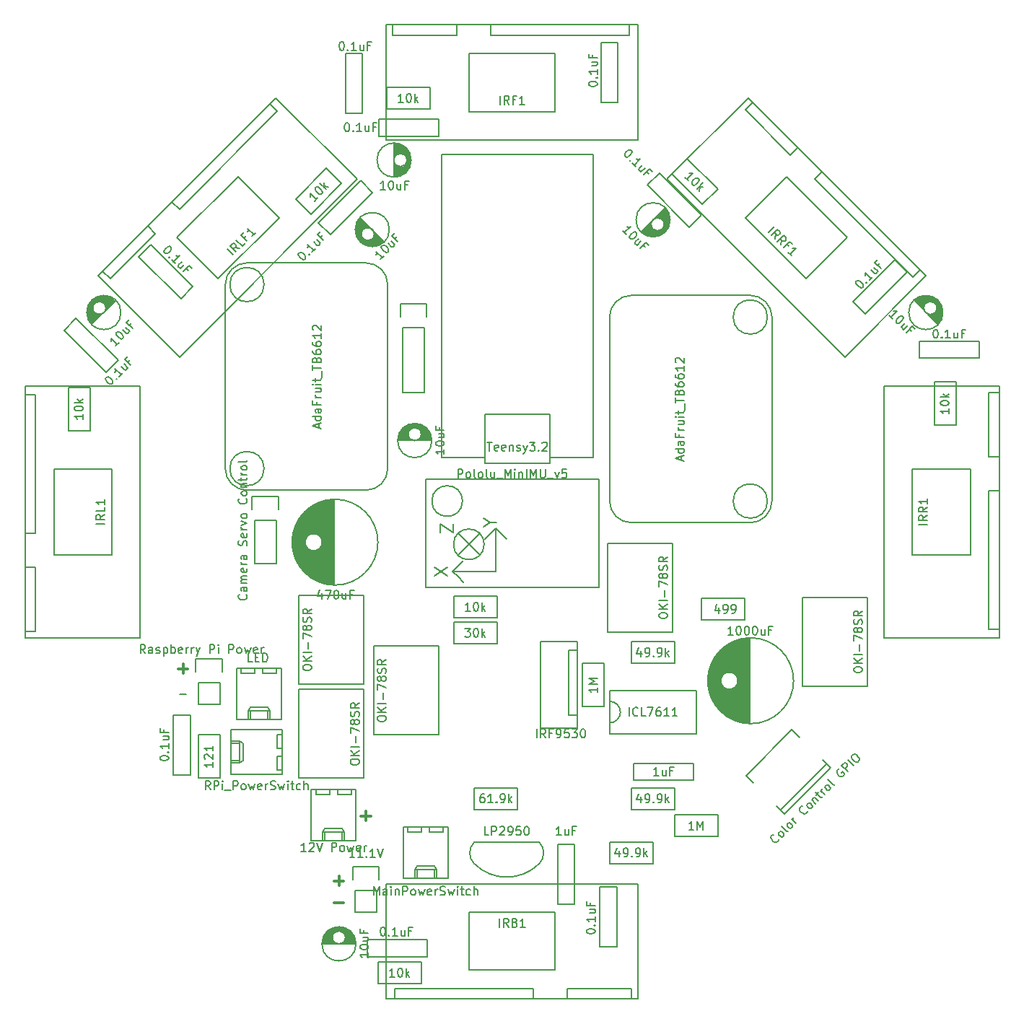
<source format=gbr>
G04 #@! TF.FileFunction,Legend,Top*
%FSLAX46Y46*%
G04 Gerber Fmt 4.6, Leading zero omitted, Abs format (unit mm)*
G04 Created by KiCad (PCBNEW 4.0.4-stable) date 12/10/16 14:43:47*
%MOMM*%
%LPD*%
G01*
G04 APERTURE LIST*
%ADD10C,0.100000*%
%ADD11C,0.150000*%
%ADD12C,0.300000*%
G04 APERTURE END LIST*
D10*
D11*
X114172952Y-123007429D02*
X113411047Y-123007429D01*
D12*
X113220572Y-119995143D02*
X114363429Y-119995143D01*
X113792000Y-120566571D02*
X113792000Y-119423714D01*
X131508572Y-144882143D02*
X132651429Y-144882143D01*
X132080000Y-145453571D02*
X132080000Y-144310714D01*
X131508572Y-147432143D02*
X132651429Y-147432143D01*
X134683572Y-137267143D02*
X135826429Y-137267143D01*
X135255000Y-137838571D02*
X135255000Y-136695714D01*
D11*
X139573000Y-80010000D02*
X139573000Y-87630000D01*
X142113000Y-80010000D02*
X142113000Y-87630000D01*
X142393000Y-77190000D02*
X142393000Y-78740000D01*
X139573000Y-87630000D02*
X142113000Y-87630000D01*
X142113000Y-80010000D02*
X139573000Y-80010000D01*
X139293000Y-78740000D02*
X139293000Y-77190000D01*
X139293000Y-77190000D02*
X142393000Y-77190000D01*
X117896472Y-74238250D02*
X125038250Y-67096472D01*
X113088146Y-69429924D02*
X120229924Y-62288146D01*
X113088146Y-69429924D02*
X117896472Y-74238250D01*
X120229924Y-62288146D02*
X125038250Y-67096472D01*
X109658678Y-68051066D02*
X110542561Y-68934949D01*
X110542561Y-68934949D02*
X105239260Y-74238250D01*
X105239260Y-74238250D02*
X104355377Y-73354367D01*
X112487105Y-65222639D02*
X113370988Y-66106522D01*
X113370988Y-66106522D02*
X124861474Y-54616037D01*
X124861474Y-54616037D02*
X123977590Y-53732154D01*
X113370988Y-83430639D02*
X134230639Y-62570988D01*
X103825047Y-73884697D02*
X124684697Y-53025047D01*
X103825047Y-73884697D02*
X113370988Y-83430639D01*
X124684697Y-53025047D02*
X134230639Y-62570988D01*
X199350000Y-96550000D02*
X199350000Y-106650000D01*
X206150000Y-96550000D02*
X206150000Y-106650000D01*
X206150000Y-96550000D02*
X199350000Y-96550000D01*
X206150000Y-106650000D02*
X199350000Y-106650000D01*
X209550000Y-95100000D02*
X208300000Y-95100000D01*
X208300000Y-95100000D02*
X208300000Y-87600000D01*
X208300000Y-87600000D02*
X209550000Y-87600000D01*
X209550000Y-99100000D02*
X208300000Y-99100000D01*
X208300000Y-99100000D02*
X208300000Y-115350000D01*
X208300000Y-115350000D02*
X209550000Y-115350000D01*
X196050000Y-86850000D02*
X196050000Y-116350000D01*
X209550000Y-86850000D02*
X209550000Y-116350000D01*
X209550000Y-86850000D02*
X196050000Y-86850000D01*
X209550000Y-116350000D02*
X196050000Y-116350000D01*
X200168000Y-81550000D02*
X207168000Y-81550000D01*
X207168000Y-81550000D02*
X207168000Y-83550000D01*
X207168000Y-83550000D02*
X200168000Y-83550000D01*
X200168000Y-83550000D02*
X200168000Y-81550000D01*
X169672000Y-61831786D02*
X174621747Y-66781534D01*
X174621747Y-66781534D02*
X173207534Y-68195747D01*
X173207534Y-68195747D02*
X168257786Y-63246000D01*
X168257786Y-63246000D02*
X169672000Y-61831786D01*
X136795000Y-55515000D02*
X143795000Y-55515000D01*
X143795000Y-55515000D02*
X143795000Y-57515000D01*
X143795000Y-57515000D02*
X136795000Y-57515000D01*
X136795000Y-57515000D02*
X136795000Y-55515000D01*
X136034214Y-64135000D02*
X131084466Y-69084747D01*
X131084466Y-69084747D02*
X129670253Y-67670534D01*
X129670253Y-67670534D02*
X134620000Y-62720786D01*
X134620000Y-62720786D02*
X136034214Y-64135000D01*
X104775000Y-85234214D02*
X99825253Y-80284466D01*
X99825253Y-80284466D02*
X101239466Y-78870253D01*
X101239466Y-78870253D02*
X106189214Y-83820000D01*
X106189214Y-83820000D02*
X104775000Y-85234214D01*
X135398000Y-151781000D02*
X142398000Y-151781000D01*
X142398000Y-151781000D02*
X142398000Y-153781000D01*
X142398000Y-153781000D02*
X135398000Y-153781000D01*
X135398000Y-153781000D02*
X135398000Y-151781000D01*
X192387786Y-76962000D02*
X197337534Y-72012253D01*
X197337534Y-72012253D02*
X198751747Y-73426466D01*
X198751747Y-73426466D02*
X193802000Y-78376214D01*
X193802000Y-78376214D02*
X192387786Y-76962000D01*
X162830000Y-53578000D02*
X162830000Y-46578000D01*
X162830000Y-46578000D02*
X164830000Y-46578000D01*
X164830000Y-46578000D02*
X164830000Y-53578000D01*
X164830000Y-53578000D02*
X162830000Y-53578000D01*
X132858000Y-54848000D02*
X132858000Y-47848000D01*
X132858000Y-47848000D02*
X134858000Y-47848000D01*
X134858000Y-47848000D02*
X134858000Y-54848000D01*
X134858000Y-54848000D02*
X132858000Y-54848000D01*
X113538000Y-76598214D02*
X108588253Y-71648466D01*
X108588253Y-71648466D02*
X110002466Y-70234253D01*
X110002466Y-70234253D02*
X114952214Y-75184000D01*
X114952214Y-75184000D02*
X113538000Y-76598214D01*
X162703000Y-152638000D02*
X162703000Y-145638000D01*
X162703000Y-145638000D02*
X164703000Y-145638000D01*
X164703000Y-145638000D02*
X164703000Y-152638000D01*
X164703000Y-152638000D02*
X162703000Y-152638000D01*
X112665000Y-132445000D02*
X112665000Y-125445000D01*
X112665000Y-125445000D02*
X114665000Y-125445000D01*
X114665000Y-125445000D02*
X114665000Y-132445000D01*
X114665000Y-132445000D02*
X112665000Y-132445000D01*
X166640000Y-131080000D02*
X173640000Y-131080000D01*
X173640000Y-131080000D02*
X173640000Y-133080000D01*
X173640000Y-133080000D02*
X166640000Y-133080000D01*
X166640000Y-133080000D02*
X166640000Y-131080000D01*
X159750000Y-140605000D02*
X159750000Y-147605000D01*
X159750000Y-147605000D02*
X157750000Y-147605000D01*
X157750000Y-147605000D02*
X157750000Y-140605000D01*
X157750000Y-140605000D02*
X159750000Y-140605000D01*
X180305000Y-126411000D02*
X180305000Y-116413000D01*
X180165000Y-126407000D02*
X180165000Y-116417000D01*
X180025000Y-126399000D02*
X180025000Y-116425000D01*
X179885000Y-126387000D02*
X179885000Y-116437000D01*
X179745000Y-126372000D02*
X179745000Y-116452000D01*
X179605000Y-126352000D02*
X179605000Y-116472000D01*
X179465000Y-126328000D02*
X179465000Y-116496000D01*
X179325000Y-126299000D02*
X179325000Y-116525000D01*
X179185000Y-126267000D02*
X179185000Y-116557000D01*
X179045000Y-126230000D02*
X179045000Y-116594000D01*
X178905000Y-126189000D02*
X178905000Y-116635000D01*
X178765000Y-126144000D02*
X178765000Y-121878000D01*
X178765000Y-120946000D02*
X178765000Y-116680000D01*
X178625000Y-126094000D02*
X178625000Y-122079000D01*
X178625000Y-120745000D02*
X178625000Y-116730000D01*
X178485000Y-126039000D02*
X178485000Y-122208000D01*
X178485000Y-120616000D02*
X178485000Y-116785000D01*
X178345000Y-125979000D02*
X178345000Y-122297000D01*
X178345000Y-120527000D02*
X178345000Y-116845000D01*
X178205000Y-125914000D02*
X178205000Y-122358000D01*
X178205000Y-120466000D02*
X178205000Y-116910000D01*
X178065000Y-125844000D02*
X178065000Y-122395000D01*
X178065000Y-120429000D02*
X178065000Y-116980000D01*
X177925000Y-125768000D02*
X177925000Y-122411000D01*
X177925000Y-120413000D02*
X177925000Y-117056000D01*
X177785000Y-125686000D02*
X177785000Y-122407000D01*
X177785000Y-120417000D02*
X177785000Y-117138000D01*
X177645000Y-125598000D02*
X177645000Y-122384000D01*
X177645000Y-120440000D02*
X177645000Y-117226000D01*
X177505000Y-125503000D02*
X177505000Y-122339000D01*
X177505000Y-120485000D02*
X177505000Y-117321000D01*
X177365000Y-125401000D02*
X177365000Y-122269000D01*
X177365000Y-120555000D02*
X177365000Y-117423000D01*
X177225000Y-125291000D02*
X177225000Y-122168000D01*
X177225000Y-120656000D02*
X177225000Y-117533000D01*
X177085000Y-125173000D02*
X177085000Y-122019000D01*
X177085000Y-120805000D02*
X177085000Y-117651000D01*
X176945000Y-125045000D02*
X176945000Y-121767000D01*
X176945000Y-121057000D02*
X176945000Y-117779000D01*
X176805000Y-124908000D02*
X176805000Y-117916000D01*
X176665000Y-124758000D02*
X176665000Y-118066000D01*
X176525000Y-124596000D02*
X176525000Y-118228000D01*
X176385000Y-124419000D02*
X176385000Y-118405000D01*
X176245000Y-124223000D02*
X176245000Y-118601000D01*
X176105000Y-124005000D02*
X176105000Y-118819000D01*
X175965000Y-123759000D02*
X175965000Y-119065000D01*
X175825000Y-123474000D02*
X175825000Y-119350000D01*
X175685000Y-123132000D02*
X175685000Y-119692000D01*
X175545000Y-122686000D02*
X175545000Y-120138000D01*
X175405000Y-121911000D02*
X175405000Y-120913000D01*
X178880000Y-121412000D02*
G75*
G03X178880000Y-121412000I-1000000J0D01*
G01*
X185417500Y-121412000D02*
G75*
G03X185417500Y-121412000I-5037500J0D01*
G01*
X118110000Y-121666000D02*
X118110000Y-124206000D01*
X118390000Y-118846000D02*
X118390000Y-120396000D01*
X118110000Y-121666000D02*
X115570000Y-121666000D01*
X115290000Y-120396000D02*
X115290000Y-118846000D01*
X115290000Y-118846000D02*
X118390000Y-118846000D01*
X115570000Y-121666000D02*
X115570000Y-124206000D01*
X115570000Y-124206000D02*
X118110000Y-124206000D01*
X147955000Y-133985000D02*
X153035000Y-133985000D01*
X153035000Y-133985000D02*
X153035000Y-136525000D01*
X153035000Y-136525000D02*
X147955000Y-136525000D01*
X147955000Y-136525000D02*
X147955000Y-133985000D01*
X166370000Y-133985000D02*
X171450000Y-133985000D01*
X171450000Y-133985000D02*
X171450000Y-136525000D01*
X171450000Y-136525000D02*
X166370000Y-136525000D01*
X166370000Y-136525000D02*
X166370000Y-133985000D01*
X168910000Y-142875000D02*
X163830000Y-142875000D01*
X163830000Y-142875000D02*
X163830000Y-140335000D01*
X163830000Y-140335000D02*
X168910000Y-140335000D01*
X168910000Y-140335000D02*
X168910000Y-142875000D01*
X176530000Y-139700000D02*
X171450000Y-139700000D01*
X171450000Y-139700000D02*
X171450000Y-137160000D01*
X171450000Y-137160000D02*
X176530000Y-137160000D01*
X176530000Y-137160000D02*
X176530000Y-139700000D01*
X166370000Y-116840000D02*
X171450000Y-116840000D01*
X171450000Y-116840000D02*
X171450000Y-119380000D01*
X171450000Y-119380000D02*
X166370000Y-119380000D01*
X166370000Y-119380000D02*
X166370000Y-116840000D01*
X160655000Y-124460000D02*
X160655000Y-119380000D01*
X160655000Y-119380000D02*
X163195000Y-119380000D01*
X163195000Y-119380000D02*
X163195000Y-124460000D01*
X163195000Y-124460000D02*
X160655000Y-124460000D01*
X150622000Y-117094000D02*
X145542000Y-117094000D01*
X145542000Y-117094000D02*
X145542000Y-114554000D01*
X145542000Y-114554000D02*
X150622000Y-114554000D01*
X150622000Y-114554000D02*
X150622000Y-117094000D01*
X145542000Y-111506000D02*
X150622000Y-111506000D01*
X150622000Y-111506000D02*
X150622000Y-114046000D01*
X150622000Y-114046000D02*
X145542000Y-114046000D01*
X145542000Y-114046000D02*
X145542000Y-111506000D01*
X179705000Y-114300000D02*
X174625000Y-114300000D01*
X174625000Y-114300000D02*
X174625000Y-111760000D01*
X174625000Y-111760000D02*
X179705000Y-111760000D01*
X179705000Y-111760000D02*
X179705000Y-114300000D01*
X141732000Y-156972000D02*
X136652000Y-156972000D01*
X136652000Y-156972000D02*
X136652000Y-154432000D01*
X136652000Y-154432000D02*
X141732000Y-154432000D01*
X141732000Y-154432000D02*
X141732000Y-156972000D01*
X100330000Y-92075000D02*
X100330000Y-86995000D01*
X100330000Y-86995000D02*
X102870000Y-86995000D01*
X102870000Y-86995000D02*
X102870000Y-92075000D01*
X102870000Y-92075000D02*
X100330000Y-92075000D01*
X127000000Y-64878949D02*
X130592102Y-61286846D01*
X130592102Y-61286846D02*
X132388154Y-63082898D01*
X132388154Y-63082898D02*
X128796051Y-66675000D01*
X128796051Y-66675000D02*
X127000000Y-64878949D01*
X142748000Y-54356000D02*
X137668000Y-54356000D01*
X137668000Y-54356000D02*
X137668000Y-51816000D01*
X137668000Y-51816000D02*
X142748000Y-51816000D01*
X142748000Y-51816000D02*
X142748000Y-54356000D01*
X174733949Y-65532000D02*
X171141846Y-61939898D01*
X171141846Y-61939898D02*
X172937898Y-60143846D01*
X172937898Y-60143846D02*
X176530000Y-63735949D01*
X176530000Y-63735949D02*
X174733949Y-65532000D01*
X201930000Y-91440000D02*
X201930000Y-86360000D01*
X201930000Y-86360000D02*
X204470000Y-86360000D01*
X204470000Y-86360000D02*
X204470000Y-91440000D01*
X204470000Y-91440000D02*
X201930000Y-91440000D01*
X128805000Y-134140000D02*
X128805000Y-140140000D01*
X128805000Y-140140000D02*
X134085000Y-140140000D01*
X134085000Y-140140000D02*
X134085000Y-134140000D01*
X134085000Y-134140000D02*
X128805000Y-134140000D01*
X130175000Y-140140000D02*
X130175000Y-139140000D01*
X130175000Y-139140000D02*
X132715000Y-139140000D01*
X132715000Y-139140000D02*
X132715000Y-140140000D01*
X130175000Y-139140000D02*
X130425000Y-138710000D01*
X130425000Y-138710000D02*
X132465000Y-138710000D01*
X132465000Y-138710000D02*
X132715000Y-139140000D01*
X130425000Y-140140000D02*
X130425000Y-139140000D01*
X132465000Y-140140000D02*
X132465000Y-139140000D01*
X129375000Y-134140000D02*
X129375000Y-134760000D01*
X129375000Y-134760000D02*
X130975000Y-134760000D01*
X130975000Y-134760000D02*
X130975000Y-134140000D01*
X131915000Y-134140000D02*
X131915000Y-134760000D01*
X131915000Y-134760000D02*
X133515000Y-134760000D01*
X133515000Y-134760000D02*
X133515000Y-134140000D01*
X136525000Y-146050000D02*
X136525000Y-148590000D01*
X136805000Y-143230000D02*
X136805000Y-144780000D01*
X136525000Y-146050000D02*
X133985000Y-146050000D01*
X133705000Y-144780000D02*
X133705000Y-143230000D01*
X133705000Y-143230000D02*
X136805000Y-143230000D01*
X133985000Y-146050000D02*
X133985000Y-148590000D01*
X133985000Y-148590000D02*
X136525000Y-148590000D01*
X131537000Y-110155000D02*
X131537000Y-100157000D01*
X131397000Y-110151000D02*
X131397000Y-100161000D01*
X131257000Y-110143000D02*
X131257000Y-100169000D01*
X131117000Y-110131000D02*
X131117000Y-100181000D01*
X130977000Y-110116000D02*
X130977000Y-100196000D01*
X130837000Y-110096000D02*
X130837000Y-100216000D01*
X130697000Y-110072000D02*
X130697000Y-100240000D01*
X130557000Y-110043000D02*
X130557000Y-100269000D01*
X130417000Y-110011000D02*
X130417000Y-100301000D01*
X130277000Y-109974000D02*
X130277000Y-100338000D01*
X130137000Y-109933000D02*
X130137000Y-100379000D01*
X129997000Y-109888000D02*
X129997000Y-105622000D01*
X129997000Y-104690000D02*
X129997000Y-100424000D01*
X129857000Y-109838000D02*
X129857000Y-105823000D01*
X129857000Y-104489000D02*
X129857000Y-100474000D01*
X129717000Y-109783000D02*
X129717000Y-105952000D01*
X129717000Y-104360000D02*
X129717000Y-100529000D01*
X129577000Y-109723000D02*
X129577000Y-106041000D01*
X129577000Y-104271000D02*
X129577000Y-100589000D01*
X129437000Y-109658000D02*
X129437000Y-106102000D01*
X129437000Y-104210000D02*
X129437000Y-100654000D01*
X129297000Y-109588000D02*
X129297000Y-106139000D01*
X129297000Y-104173000D02*
X129297000Y-100724000D01*
X129157000Y-109512000D02*
X129157000Y-106155000D01*
X129157000Y-104157000D02*
X129157000Y-100800000D01*
X129017000Y-109430000D02*
X129017000Y-106151000D01*
X129017000Y-104161000D02*
X129017000Y-100882000D01*
X128877000Y-109342000D02*
X128877000Y-106128000D01*
X128877000Y-104184000D02*
X128877000Y-100970000D01*
X128737000Y-109247000D02*
X128737000Y-106083000D01*
X128737000Y-104229000D02*
X128737000Y-101065000D01*
X128597000Y-109145000D02*
X128597000Y-106013000D01*
X128597000Y-104299000D02*
X128597000Y-101167000D01*
X128457000Y-109035000D02*
X128457000Y-105912000D01*
X128457000Y-104400000D02*
X128457000Y-101277000D01*
X128317000Y-108917000D02*
X128317000Y-105763000D01*
X128317000Y-104549000D02*
X128317000Y-101395000D01*
X128177000Y-108789000D02*
X128177000Y-105511000D01*
X128177000Y-104801000D02*
X128177000Y-101523000D01*
X128037000Y-108652000D02*
X128037000Y-101660000D01*
X127897000Y-108502000D02*
X127897000Y-101810000D01*
X127757000Y-108340000D02*
X127757000Y-101972000D01*
X127617000Y-108163000D02*
X127617000Y-102149000D01*
X127477000Y-107967000D02*
X127477000Y-102345000D01*
X127337000Y-107749000D02*
X127337000Y-102563000D01*
X127197000Y-107503000D02*
X127197000Y-102809000D01*
X127057000Y-107218000D02*
X127057000Y-103094000D01*
X126917000Y-106876000D02*
X126917000Y-103436000D01*
X126777000Y-106430000D02*
X126777000Y-103882000D01*
X126637000Y-105655000D02*
X126637000Y-104657000D01*
X130112000Y-105156000D02*
G75*
G03X130112000Y-105156000I-1000000J0D01*
G01*
X136649500Y-105156000D02*
G75*
G03X136649500Y-105156000I-5037500J0D01*
G01*
X120042000Y-119916000D02*
X120042000Y-125916000D01*
X120042000Y-125916000D02*
X125322000Y-125916000D01*
X125322000Y-125916000D02*
X125322000Y-119916000D01*
X125322000Y-119916000D02*
X120042000Y-119916000D01*
X121412000Y-125916000D02*
X121412000Y-124916000D01*
X121412000Y-124916000D02*
X123952000Y-124916000D01*
X123952000Y-124916000D02*
X123952000Y-125916000D01*
X121412000Y-124916000D02*
X121662000Y-124486000D01*
X121662000Y-124486000D02*
X123702000Y-124486000D01*
X123702000Y-124486000D02*
X123952000Y-124916000D01*
X121662000Y-125916000D02*
X121662000Y-124916000D01*
X123702000Y-125916000D02*
X123702000Y-124916000D01*
X120612000Y-119916000D02*
X120612000Y-120536000D01*
X120612000Y-120536000D02*
X122212000Y-120536000D01*
X122212000Y-120536000D02*
X122212000Y-119916000D01*
X123152000Y-119916000D02*
X123152000Y-120536000D01*
X123152000Y-120536000D02*
X124752000Y-120536000D01*
X124752000Y-120536000D02*
X124752000Y-119916000D01*
X150495000Y-103505000D02*
X151765000Y-104775000D01*
X145415000Y-108585000D02*
X150495000Y-108585000D01*
X150495000Y-108585000D02*
X150495000Y-103505000D01*
X150495000Y-103505000D02*
X149225000Y-104775000D01*
X145415000Y-108585000D02*
X146685000Y-107315000D01*
X145415000Y-108585000D02*
X146050000Y-109220000D01*
X146050000Y-109220000D02*
X146685000Y-109855000D01*
X146050000Y-104140000D02*
X148590000Y-106680000D01*
X146050000Y-106680000D02*
X148590000Y-104140000D01*
X149116051Y-105410000D02*
G75*
G03X149116051Y-105410000I-1796051J0D01*
G01*
X146576051Y-100330000D02*
G75*
G03X146576051Y-100330000I-1796051J0D01*
G01*
X162560000Y-110490000D02*
X162560000Y-97790000D01*
X162560000Y-97790000D02*
X142240000Y-97790000D01*
X142240000Y-97790000D02*
X142240000Y-110490000D01*
X142240000Y-110490000D02*
X162560000Y-110490000D01*
X157450000Y-148550000D02*
X147350000Y-148550000D01*
X157450000Y-155350000D02*
X147350000Y-155350000D01*
X157450000Y-155350000D02*
X157450000Y-148550000D01*
X147350000Y-155350000D02*
X147350000Y-148550000D01*
X158900000Y-158750000D02*
X158900000Y-157500000D01*
X158900000Y-157500000D02*
X166400000Y-157500000D01*
X166400000Y-157500000D02*
X166400000Y-158750000D01*
X154900000Y-158750000D02*
X154900000Y-157500000D01*
X154900000Y-157500000D02*
X138650000Y-157500000D01*
X138650000Y-157500000D02*
X138650000Y-158750000D01*
X167150000Y-145250000D02*
X137650000Y-145250000D01*
X167150000Y-158750000D02*
X137650000Y-158750000D01*
X167150000Y-158750000D02*
X167150000Y-145250000D01*
X137650000Y-158750000D02*
X137650000Y-145250000D01*
X147350000Y-54650000D02*
X157450000Y-54650000D01*
X147350000Y-47850000D02*
X157450000Y-47850000D01*
X147350000Y-47850000D02*
X147350000Y-54650000D01*
X157450000Y-47850000D02*
X157450000Y-54650000D01*
X145900000Y-44450000D02*
X145900000Y-45700000D01*
X145900000Y-45700000D02*
X138400000Y-45700000D01*
X138400000Y-45700000D02*
X138400000Y-44450000D01*
X149900000Y-44450000D02*
X149900000Y-45700000D01*
X149900000Y-45700000D02*
X166150000Y-45700000D01*
X166150000Y-45700000D02*
X166150000Y-44450000D01*
X137650000Y-57950000D02*
X167150000Y-57950000D01*
X137650000Y-44450000D02*
X167150000Y-44450000D01*
X137650000Y-44450000D02*
X137650000Y-57950000D01*
X167150000Y-44450000D02*
X167150000Y-57950000D01*
X105450000Y-106650000D02*
X105450000Y-96550000D01*
X98650000Y-106650000D02*
X98650000Y-96550000D01*
X98650000Y-106650000D02*
X105450000Y-106650000D01*
X98650000Y-96550000D02*
X105450000Y-96550000D01*
X95250000Y-108100000D02*
X96500000Y-108100000D01*
X96500000Y-108100000D02*
X96500000Y-115600000D01*
X96500000Y-115600000D02*
X95250000Y-115600000D01*
X95250000Y-104100000D02*
X96500000Y-104100000D01*
X96500000Y-104100000D02*
X96500000Y-87850000D01*
X96500000Y-87850000D02*
X95250000Y-87850000D01*
X108750000Y-116350000D02*
X108750000Y-86850000D01*
X95250000Y-116350000D02*
X95250000Y-86850000D01*
X95250000Y-116350000D02*
X108750000Y-116350000D01*
X95250000Y-86850000D02*
X108750000Y-86850000D01*
X179761750Y-67096472D02*
X186903528Y-74238250D01*
X184570076Y-62288146D02*
X191711854Y-69429924D01*
X184570076Y-62288146D02*
X179761750Y-67096472D01*
X191711854Y-69429924D02*
X186903528Y-74238250D01*
X185948934Y-58858678D02*
X185065051Y-59742561D01*
X185065051Y-59742561D02*
X179761750Y-54439260D01*
X179761750Y-54439260D02*
X180645633Y-53555377D01*
X188777361Y-61687105D02*
X187893478Y-62570988D01*
X187893478Y-62570988D02*
X199383963Y-74061474D01*
X199383963Y-74061474D02*
X200267846Y-73177590D01*
X170569361Y-62570988D02*
X191429012Y-83430639D01*
X180115303Y-53025047D02*
X200974953Y-73884697D01*
X180115303Y-53025047D02*
X170569361Y-62570988D01*
X200974953Y-73884697D02*
X191429012Y-83430639D01*
X163830000Y-100330000D02*
G75*
G03X166370000Y-102870000I2540000J0D01*
G01*
X166370000Y-76200000D02*
G75*
G03X163830000Y-78740000I0J-2540000D01*
G01*
X182880000Y-78740000D02*
G75*
G03X180340000Y-76200000I-2540000J0D01*
G01*
X180340000Y-102870000D02*
G75*
G03X182880000Y-100330000I0J2540000D01*
G01*
X182348046Y-78740000D02*
G75*
G03X182348046Y-78740000I-2008046J0D01*
G01*
X182348046Y-100330000D02*
G75*
G03X182348046Y-100330000I-2008046J0D01*
G01*
X163830000Y-100330000D02*
X163830000Y-78740000D01*
X166370000Y-76200000D02*
X180340000Y-76200000D01*
X166370000Y-102870000D02*
X180340000Y-102870000D01*
X182880000Y-100330000D02*
X182880000Y-78740000D01*
X183886974Y-136570128D02*
X189275128Y-131181974D01*
X180743885Y-133427038D02*
X179845859Y-132529013D01*
X188826115Y-130732962D02*
X189724141Y-131630987D01*
X189724141Y-131630987D02*
X184335987Y-137019141D01*
X184335987Y-137019141D02*
X183437962Y-136121115D01*
X179845859Y-132529013D02*
X185234013Y-127140859D01*
X185234013Y-127140859D02*
X186132038Y-128038885D01*
X122174000Y-102616000D02*
X122174000Y-107696000D01*
X122174000Y-107696000D02*
X124714000Y-107696000D01*
X124714000Y-107696000D02*
X124714000Y-102616000D01*
X124994000Y-99796000D02*
X124994000Y-101346000D01*
X124714000Y-102616000D02*
X122174000Y-102616000D01*
X121894000Y-101346000D02*
X121894000Y-99796000D01*
X121894000Y-99796000D02*
X124994000Y-99796000D01*
X118110000Y-127762000D02*
X118110000Y-132842000D01*
X118110000Y-132842000D02*
X115570000Y-132842000D01*
X115570000Y-132842000D02*
X115570000Y-127762000D01*
X115570000Y-127762000D02*
X118110000Y-127762000D01*
X139600000Y-138585000D02*
X139600000Y-144585000D01*
X139600000Y-144585000D02*
X144880000Y-144585000D01*
X144880000Y-144585000D02*
X144880000Y-138585000D01*
X144880000Y-138585000D02*
X139600000Y-138585000D01*
X140970000Y-144585000D02*
X140970000Y-143585000D01*
X140970000Y-143585000D02*
X143510000Y-143585000D01*
X143510000Y-143585000D02*
X143510000Y-144585000D01*
X140970000Y-143585000D02*
X141220000Y-143155000D01*
X141220000Y-143155000D02*
X143260000Y-143155000D01*
X143260000Y-143155000D02*
X143510000Y-143585000D01*
X141220000Y-144585000D02*
X141220000Y-143585000D01*
X143260000Y-144585000D02*
X143260000Y-143585000D01*
X140170000Y-138585000D02*
X140170000Y-139205000D01*
X140170000Y-139205000D02*
X141770000Y-139205000D01*
X141770000Y-139205000D02*
X141770000Y-138585000D01*
X142710000Y-138585000D02*
X142710000Y-139205000D01*
X142710000Y-139205000D02*
X144310000Y-139205000D01*
X144310000Y-139205000D02*
X144310000Y-138585000D01*
X125448000Y-127154000D02*
X119448000Y-127154000D01*
X119448000Y-127154000D02*
X119448000Y-132434000D01*
X119448000Y-132434000D02*
X125448000Y-132434000D01*
X125448000Y-132434000D02*
X125448000Y-127154000D01*
X119448000Y-128524000D02*
X120448000Y-128524000D01*
X120448000Y-128524000D02*
X120448000Y-131064000D01*
X120448000Y-131064000D02*
X119448000Y-131064000D01*
X120448000Y-128524000D02*
X120878000Y-128774000D01*
X120878000Y-128774000D02*
X120878000Y-130814000D01*
X120878000Y-130814000D02*
X120448000Y-131064000D01*
X119448000Y-128774000D02*
X120448000Y-128774000D01*
X119448000Y-130814000D02*
X120448000Y-130814000D01*
X125448000Y-127724000D02*
X124828000Y-127724000D01*
X124828000Y-127724000D02*
X124828000Y-129324000D01*
X124828000Y-129324000D02*
X125448000Y-129324000D01*
X125448000Y-130264000D02*
X124828000Y-130264000D01*
X124828000Y-130264000D02*
X124828000Y-131864000D01*
X124828000Y-131864000D02*
X125448000Y-131864000D01*
X147955000Y-140335000D02*
G75*
G03X147955000Y-142875000I1270000J-1270000D01*
G01*
X155575000Y-142875000D02*
G75*
G03X155575000Y-140335000I-1270000J1270000D01*
G01*
X147955000Y-140335000D02*
X155575000Y-140335000D01*
X147955000Y-142875000D02*
G75*
G03X155575000Y-142875000I3810000J3810000D01*
G01*
X156845000Y-95250000D02*
X161925000Y-95250000D01*
X144145000Y-95250000D02*
X149225000Y-95250000D01*
X149225000Y-95250000D02*
X149225000Y-90170000D01*
X149225000Y-90170000D02*
X156845000Y-90170000D01*
X156845000Y-90170000D02*
X156845000Y-95250000D01*
X149225000Y-95250000D02*
X149225000Y-95885000D01*
X149225000Y-95885000D02*
X156845000Y-95885000D01*
X156845000Y-95885000D02*
X156845000Y-95250000D01*
X161925000Y-95250000D02*
X161925000Y-59690000D01*
X161925000Y-59690000D02*
X144145000Y-59690000D01*
X144145000Y-59690000D02*
X144145000Y-95250000D01*
X137795000Y-74930000D02*
G75*
G03X135255000Y-72390000I-2540000J0D01*
G01*
X135255000Y-99060000D02*
G75*
G03X137795000Y-96520000I0J2540000D01*
G01*
X118745000Y-96520000D02*
G75*
G03X121285000Y-99060000I2540000J0D01*
G01*
X121285000Y-72390000D02*
G75*
G03X118745000Y-74930000I0J-2540000D01*
G01*
X123293046Y-96520000D02*
G75*
G03X123293046Y-96520000I-2008046J0D01*
G01*
X123293046Y-74930000D02*
G75*
G03X123293046Y-74930000I-2008046J0D01*
G01*
X137795000Y-74930000D02*
X137795000Y-96520000D01*
X135255000Y-99060000D02*
X121285000Y-99060000D01*
X135255000Y-72390000D02*
X121285000Y-72390000D01*
X118745000Y-74930000D02*
X118745000Y-96520000D01*
X165100000Y-125095000D02*
G75*
G03X163830000Y-123825000I-1270000J0D01*
G01*
X163830000Y-126365000D02*
G75*
G03X165100000Y-125095000I0J1270000D01*
G01*
X163830000Y-127635000D02*
X163830000Y-122555000D01*
X163830000Y-122555000D02*
X173990000Y-122555000D01*
X173990000Y-122555000D02*
X173990000Y-127635000D01*
X173990000Y-127635000D02*
X163830000Y-127635000D01*
X163576000Y-105283000D02*
X163576000Y-115697000D01*
X163576000Y-115697000D02*
X171196000Y-115697000D01*
X171196000Y-115697000D02*
X171196000Y-105283000D01*
X171196000Y-105283000D02*
X163576000Y-105283000D01*
X143764000Y-127762000D02*
X143764000Y-117348000D01*
X143764000Y-117348000D02*
X136144000Y-117348000D01*
X136144000Y-117348000D02*
X136144000Y-127762000D01*
X136144000Y-127762000D02*
X143764000Y-127762000D01*
X127381000Y-122428000D02*
X127381000Y-132842000D01*
X127381000Y-132842000D02*
X135001000Y-132842000D01*
X135001000Y-132842000D02*
X135001000Y-122428000D01*
X135001000Y-122428000D02*
X127381000Y-122428000D01*
X186436000Y-111633000D02*
X186436000Y-122047000D01*
X186436000Y-122047000D02*
X194056000Y-122047000D01*
X194056000Y-122047000D02*
X194056000Y-111633000D01*
X194056000Y-111633000D02*
X186436000Y-111633000D01*
X135001000Y-121793000D02*
X135001000Y-111379000D01*
X135001000Y-111379000D02*
X127381000Y-111379000D01*
X127381000Y-111379000D02*
X127381000Y-121793000D01*
X127381000Y-121793000D02*
X135001000Y-121793000D01*
X141351000Y-91770200D02*
X142265400Y-91770200D01*
X141478000Y-91871800D02*
X142392400Y-91871800D01*
X141579600Y-91973400D02*
X142468600Y-91973400D01*
X141655800Y-92075000D02*
X142544800Y-92075000D01*
X141706600Y-92202000D02*
X142646400Y-92202000D01*
X141732000Y-92329000D02*
X142671800Y-92329000D01*
X141757400Y-92456000D02*
X142773400Y-92456000D01*
X141757400Y-92583000D02*
X142824200Y-92583000D01*
X141706600Y-92710000D02*
X142875000Y-92710000D01*
X141655800Y-92837000D02*
X142900400Y-92837000D01*
X141579600Y-92964000D02*
X142925800Y-92964000D01*
X141452600Y-93091000D02*
X142925800Y-93091000D01*
X138988800Y-93218000D02*
X142925800Y-93218000D01*
X139014200Y-93065600D02*
X140436600Y-93065600D01*
X139014200Y-92938600D02*
X140309600Y-92938600D01*
X139039600Y-92837000D02*
X140258800Y-92837000D01*
X139065000Y-92735400D02*
X140233400Y-92735400D01*
X139090400Y-92633800D02*
X140208000Y-92633800D01*
X139115800Y-92532200D02*
X140157200Y-92532200D01*
X139166600Y-92430600D02*
X140157200Y-92430600D01*
X139242800Y-92303600D02*
X140208000Y-92303600D01*
X139319000Y-92176600D02*
X140233400Y-92176600D01*
X139395200Y-92049600D02*
X140309600Y-92049600D01*
X139496800Y-91922600D02*
X140411200Y-91922600D01*
X139623800Y-91795600D02*
X140589000Y-91795600D01*
X141731153Y-92481400D02*
G75*
G03X141731153Y-92481400I-761153J0D01*
G01*
X140525500Y-91325700D02*
X141465300Y-91338400D01*
X140220700Y-91414600D02*
X141719300Y-91427300D01*
X139966700Y-91541600D02*
X141986000Y-91541600D01*
X139776200Y-91668600D02*
X142176500Y-91668600D01*
X142970000Y-93230000D02*
G75*
G03X142970000Y-93230000I-2000000J0D01*
G01*
X142970000Y-93230000D02*
G75*
G03X142970000Y-93230000I-2000000J0D01*
G01*
X142970000Y-93230000D02*
G75*
G03X142970000Y-93230000I-2000000J0D01*
G01*
X142970000Y-93230000D02*
G75*
G03X142970000Y-93230000I-2000000J0D01*
G01*
X132461000Y-150825200D02*
X133375400Y-150825200D01*
X132588000Y-150926800D02*
X133502400Y-150926800D01*
X132689600Y-151028400D02*
X133578600Y-151028400D01*
X132765800Y-151130000D02*
X133654800Y-151130000D01*
X132816600Y-151257000D02*
X133756400Y-151257000D01*
X132842000Y-151384000D02*
X133781800Y-151384000D01*
X132867400Y-151511000D02*
X133883400Y-151511000D01*
X132867400Y-151638000D02*
X133934200Y-151638000D01*
X132816600Y-151765000D02*
X133985000Y-151765000D01*
X132765800Y-151892000D02*
X134010400Y-151892000D01*
X132689600Y-152019000D02*
X134035800Y-152019000D01*
X132562600Y-152146000D02*
X134035800Y-152146000D01*
X130098800Y-152273000D02*
X134035800Y-152273000D01*
X130124200Y-152120600D02*
X131546600Y-152120600D01*
X130124200Y-151993600D02*
X131419600Y-151993600D01*
X130149600Y-151892000D02*
X131368800Y-151892000D01*
X130175000Y-151790400D02*
X131343400Y-151790400D01*
X130200400Y-151688800D02*
X131318000Y-151688800D01*
X130225800Y-151587200D02*
X131267200Y-151587200D01*
X130276600Y-151485600D02*
X131267200Y-151485600D01*
X130352800Y-151358600D02*
X131318000Y-151358600D01*
X130429000Y-151231600D02*
X131343400Y-151231600D01*
X130505200Y-151104600D02*
X131419600Y-151104600D01*
X130606800Y-150977600D02*
X131521200Y-150977600D01*
X130733800Y-150850600D02*
X131699000Y-150850600D01*
X132841153Y-151536400D02*
G75*
G03X132841153Y-151536400I-761153J0D01*
G01*
X131635500Y-150380700D02*
X132575300Y-150393400D01*
X131330700Y-150469600D02*
X132829300Y-150482300D01*
X131076700Y-150596600D02*
X133096000Y-150596600D01*
X130886200Y-150723600D02*
X133286500Y-150723600D01*
X134080000Y-152285000D02*
G75*
G03X134080000Y-152285000I-2000000J0D01*
G01*
X134080000Y-152285000D02*
G75*
G03X134080000Y-152285000I-2000000J0D01*
G01*
X134080000Y-152285000D02*
G75*
G03X134080000Y-152285000I-2000000J0D01*
G01*
X134080000Y-152285000D02*
G75*
G03X134080000Y-152285000I-2000000J0D01*
G01*
X103735843Y-76908028D02*
X104382422Y-76261449D01*
X103897488Y-76890067D02*
X104544066Y-76243489D01*
X104041172Y-76890067D02*
X104669790Y-76261449D01*
X104166895Y-76908028D02*
X104795513Y-76279410D01*
X104292619Y-76961909D02*
X104957158Y-76297370D01*
X104400382Y-77033751D02*
X105064921Y-76369212D01*
X104508145Y-77105593D02*
X105226566Y-76387173D01*
X104597948Y-77195396D02*
X105352289Y-76441054D01*
X104651829Y-77321120D02*
X105478013Y-76494936D01*
X104705711Y-77446843D02*
X105585776Y-76566778D01*
X104741632Y-77590527D02*
X105693539Y-76638620D01*
X104741632Y-77770132D02*
X105783342Y-76728423D01*
X103089265Y-79602105D02*
X105873144Y-76818225D01*
X102999462Y-79476381D02*
X104005251Y-78470592D01*
X102909660Y-79386578D02*
X103825646Y-78470592D01*
X102855778Y-79296776D02*
X103717883Y-78434671D01*
X102801896Y-79206973D02*
X103628080Y-78380790D01*
X102748015Y-79117171D02*
X103538277Y-78326908D01*
X102694133Y-79027368D02*
X103430514Y-78290987D01*
X102658212Y-78919605D02*
X103358672Y-78219145D01*
X102622291Y-78775921D02*
X103304791Y-78093422D01*
X102586370Y-78632237D02*
X103232949Y-77985658D01*
X102550449Y-78488553D02*
X103197028Y-77841974D01*
X102532489Y-78326908D02*
X103179067Y-77680330D01*
X102532489Y-78147303D02*
X103214988Y-77464804D01*
X104730483Y-77680330D02*
G75*
G03X104730483Y-77680330I-761153J0D01*
G01*
X102837818Y-77177435D02*
X103511337Y-76521877D01*
X102685153Y-77455823D02*
X103753804Y-76405133D01*
X102595351Y-77725231D02*
X104023211Y-76297370D01*
X102550449Y-77949737D02*
X104247718Y-76252469D01*
X106498671Y-78209670D02*
G75*
G03X106498671Y-78209670I-2000001J0D01*
G01*
X106498670Y-78209670D02*
G75*
G03X106498670Y-78209670I-2000000J0D01*
G01*
X106498669Y-78209670D02*
G75*
G03X106498669Y-78209670I-1999999J0D01*
G01*
X106498670Y-78209670D02*
G75*
G03X106498670Y-78209670I-2000000J0D01*
G01*
X134693028Y-69238157D02*
X134046449Y-68591578D01*
X134675067Y-69076512D02*
X134028489Y-68429934D01*
X134675067Y-68932828D02*
X134046449Y-68304210D01*
X134693028Y-68807105D02*
X134064410Y-68178487D01*
X134746909Y-68681381D02*
X134082370Y-68016842D01*
X134818751Y-68573618D02*
X134154212Y-67909079D01*
X134890593Y-68465855D02*
X134172173Y-67747434D01*
X134980396Y-68376052D02*
X134226054Y-67621711D01*
X135106120Y-68322171D02*
X134279936Y-67495987D01*
X135231843Y-68268289D02*
X134351778Y-67388224D01*
X135375527Y-68232368D02*
X134423620Y-67280461D01*
X135555132Y-68232368D02*
X134513423Y-67190658D01*
X137387105Y-69884735D02*
X134603225Y-67100856D01*
X137261381Y-69974538D02*
X136255592Y-68968749D01*
X137171578Y-70064340D02*
X136255592Y-69148354D01*
X137081776Y-70118222D02*
X136219671Y-69256117D01*
X136991973Y-70172104D02*
X136165790Y-69345920D01*
X136902171Y-70225985D02*
X136111908Y-69435723D01*
X136812368Y-70279867D02*
X136075987Y-69543486D01*
X136704605Y-70315788D02*
X136004145Y-69615328D01*
X136560921Y-70351709D02*
X135878422Y-69669209D01*
X136417237Y-70387630D02*
X135770658Y-69741051D01*
X136273553Y-70423551D02*
X135626974Y-69776972D01*
X136111908Y-70441511D02*
X135465330Y-69794933D01*
X135932303Y-70441511D02*
X135249804Y-69759012D01*
X136226483Y-69004670D02*
G75*
G03X136226483Y-69004670I-761153J0D01*
G01*
X134962435Y-70136182D02*
X134306877Y-69462663D01*
X135240823Y-70288847D02*
X134190133Y-69220196D01*
X135510231Y-70378649D02*
X134082370Y-68950789D01*
X135734737Y-70423551D02*
X134037469Y-68726282D01*
X137994671Y-68475330D02*
G75*
G03X137994671Y-68475330I-2000001J0D01*
G01*
X137994670Y-68475330D02*
G75*
G03X137994670Y-68475330I-2000000J0D01*
G01*
X137994669Y-68475330D02*
G75*
G03X137994669Y-68475330I-1999999J0D01*
G01*
X137994670Y-68475330D02*
G75*
G03X137994670Y-68475330I-2000000J0D01*
G01*
X140004800Y-60706000D02*
X140004800Y-61620400D01*
X139903200Y-60833000D02*
X139903200Y-61747400D01*
X139801600Y-60934600D02*
X139801600Y-61823600D01*
X139700000Y-61010800D02*
X139700000Y-61899800D01*
X139573000Y-61061600D02*
X139573000Y-62001400D01*
X139446000Y-61087000D02*
X139446000Y-62026800D01*
X139319000Y-61112400D02*
X139319000Y-62128400D01*
X139192000Y-61112400D02*
X139192000Y-62179200D01*
X139065000Y-61061600D02*
X139065000Y-62230000D01*
X138938000Y-61010800D02*
X138938000Y-62255400D01*
X138811000Y-60934600D02*
X138811000Y-62280800D01*
X138684000Y-60807600D02*
X138684000Y-62280800D01*
X138557000Y-58343800D02*
X138557000Y-62280800D01*
X138709400Y-58369200D02*
X138709400Y-59791600D01*
X138836400Y-58369200D02*
X138836400Y-59664600D01*
X138938000Y-58394600D02*
X138938000Y-59613800D01*
X139039600Y-58420000D02*
X139039600Y-59588400D01*
X139141200Y-58445400D02*
X139141200Y-59563000D01*
X139242800Y-58470800D02*
X139242800Y-59512200D01*
X139344400Y-58521600D02*
X139344400Y-59512200D01*
X139471400Y-58597800D02*
X139471400Y-59563000D01*
X139598400Y-58674000D02*
X139598400Y-59588400D01*
X139725400Y-58750200D02*
X139725400Y-59664600D01*
X139852400Y-58851800D02*
X139852400Y-59766200D01*
X139979400Y-58978800D02*
X139979400Y-59944000D01*
X140054753Y-60325000D02*
G75*
G03X140054753Y-60325000I-761153J0D01*
G01*
X140449300Y-59880500D02*
X140436600Y-60820300D01*
X140360400Y-59575700D02*
X140347700Y-61074300D01*
X140233400Y-59321700D02*
X140233400Y-61341000D01*
X140106400Y-59131200D02*
X140106400Y-61531500D01*
X140545000Y-60325000D02*
G75*
G03X140545000Y-60325000I-2000000J0D01*
G01*
X140545000Y-60325000D02*
G75*
G03X140545000Y-60325000I-2000000J0D01*
G01*
X140545000Y-60325000D02*
G75*
G03X140545000Y-60325000I-2000000J0D01*
G01*
X140545000Y-60325000D02*
G75*
G03X140545000Y-60325000I-2000000J0D01*
G01*
X169695157Y-68633972D02*
X169048578Y-69280551D01*
X169533512Y-68651933D02*
X168886934Y-69298511D01*
X169389828Y-68651933D02*
X168761210Y-69280551D01*
X169264105Y-68633972D02*
X168635487Y-69262590D01*
X169138381Y-68580091D02*
X168473842Y-69244630D01*
X169030618Y-68508249D02*
X168366079Y-69172788D01*
X168922855Y-68436407D02*
X168204434Y-69154827D01*
X168833052Y-68346604D02*
X168078711Y-69100946D01*
X168779171Y-68220880D02*
X167952987Y-69047064D01*
X168725289Y-68095157D02*
X167845224Y-68975222D01*
X168689368Y-67951473D02*
X167737461Y-68903380D01*
X168689368Y-67771868D02*
X167647658Y-68813577D01*
X170341735Y-65939895D02*
X167557856Y-68723775D01*
X170431538Y-66065619D02*
X169425749Y-67071408D01*
X170521340Y-66155422D02*
X169605354Y-67071408D01*
X170575222Y-66245224D02*
X169713117Y-67107329D01*
X170629104Y-66335027D02*
X169802920Y-67161210D01*
X170682985Y-66424829D02*
X169892723Y-67215092D01*
X170736867Y-66514632D02*
X170000486Y-67251013D01*
X170772788Y-66622395D02*
X170072328Y-67322855D01*
X170808709Y-66766079D02*
X170126209Y-67448578D01*
X170844630Y-66909763D02*
X170198051Y-67556342D01*
X170880551Y-67053447D02*
X170233972Y-67700026D01*
X170898511Y-67215092D02*
X170251933Y-67861670D01*
X170898511Y-67394697D02*
X170216012Y-68077196D01*
X170222823Y-67861670D02*
G75*
G03X170222823Y-67861670I-761153J0D01*
G01*
X170593182Y-68364565D02*
X169919663Y-69020123D01*
X170745847Y-68086177D02*
X169677196Y-69136867D01*
X170835649Y-67816769D02*
X169407789Y-69244630D01*
X170880551Y-67592263D02*
X169183282Y-69289531D01*
X170932331Y-67332330D02*
G75*
G03X170932331Y-67332330I-2000001J0D01*
G01*
X170932330Y-67332330D02*
G75*
G03X170932330Y-67332330I-2000000J0D01*
G01*
X170932329Y-67332330D02*
G75*
G03X170932329Y-67332330I-1999999J0D01*
G01*
X170932330Y-67332330D02*
G75*
G03X170932330Y-67332330I-2000000J0D01*
G01*
X202237972Y-77446843D02*
X202884551Y-78093422D01*
X202255933Y-77608488D02*
X202902511Y-78255066D01*
X202255933Y-77752172D02*
X202884551Y-78380790D01*
X202237972Y-77877895D02*
X202866590Y-78506513D01*
X202184091Y-78003619D02*
X202848630Y-78668158D01*
X202112249Y-78111382D02*
X202776788Y-78775921D01*
X202040407Y-78219145D02*
X202758827Y-78937566D01*
X201950604Y-78308948D02*
X202704946Y-79063289D01*
X201824880Y-78362829D02*
X202651064Y-79189013D01*
X201699157Y-78416711D02*
X202579222Y-79296776D01*
X201555473Y-78452632D02*
X202507380Y-79404539D01*
X201375868Y-78452632D02*
X202417577Y-79494342D01*
X199543895Y-76800265D02*
X202327775Y-79584144D01*
X199669619Y-76710462D02*
X200675408Y-77716251D01*
X199759422Y-76620660D02*
X200675408Y-77536646D01*
X199849224Y-76566778D02*
X200711329Y-77428883D01*
X199939027Y-76512896D02*
X200765210Y-77339080D01*
X200028829Y-76459015D02*
X200819092Y-77249277D01*
X200118632Y-76405133D02*
X200855013Y-77141514D01*
X200226395Y-76369212D02*
X200926855Y-77069672D01*
X200370079Y-76333291D02*
X201052578Y-77015791D01*
X200513763Y-76297370D02*
X201160342Y-76943949D01*
X200657447Y-76261449D02*
X201304026Y-76908028D01*
X200819092Y-76243489D02*
X201465670Y-76890067D01*
X200998697Y-76243489D02*
X201681196Y-76925988D01*
X202226823Y-77680330D02*
G75*
G03X202226823Y-77680330I-761153J0D01*
G01*
X201968565Y-76548818D02*
X202624123Y-77222337D01*
X201690177Y-76396153D02*
X202740867Y-77464804D01*
X201420769Y-76306351D02*
X202848630Y-77734211D01*
X201196263Y-76261449D02*
X202893531Y-77958718D01*
X202936331Y-78209670D02*
G75*
G03X202936331Y-78209670I-2000001J0D01*
G01*
X202936330Y-78209670D02*
G75*
G03X202936330Y-78209670I-2000000J0D01*
G01*
X202936329Y-78209670D02*
G75*
G03X202936329Y-78209670I-1999999J0D01*
G01*
X202936330Y-78209670D02*
G75*
G03X202936330Y-78209670I-2000000J0D01*
G01*
X160020000Y-117856000D02*
X159004000Y-117856000D01*
X159004000Y-117856000D02*
X159004000Y-125476000D01*
X159004000Y-125476000D02*
X160020000Y-125476000D01*
X160020000Y-116840000D02*
X155702000Y-116840000D01*
X160020000Y-127000000D02*
X155702000Y-127000000D01*
X155702000Y-127000000D02*
X155702000Y-116840000D01*
X160020000Y-116840000D02*
X160020000Y-127000000D01*
X119690355Y-71449408D02*
X118983248Y-70742302D01*
X120431133Y-70708630D02*
X119858713Y-70607615D01*
X120027072Y-71112691D02*
X119319965Y-70405584D01*
X119589340Y-70136210D01*
X119690355Y-70102538D01*
X119757698Y-70102538D01*
X119858714Y-70136210D01*
X119959729Y-70237225D01*
X119993400Y-70338240D01*
X119993400Y-70405584D01*
X119959729Y-70506599D01*
X119690354Y-70775973D01*
X121070897Y-70068867D02*
X120734179Y-70405584D01*
X120027072Y-69698478D01*
X121171912Y-69227072D02*
X120936209Y-69462775D01*
X121306599Y-69833164D02*
X120599492Y-69126058D01*
X120936210Y-68789340D01*
X122283080Y-68856683D02*
X121879019Y-69260745D01*
X122081049Y-69058714D02*
X121373942Y-68351607D01*
X121407614Y-68519966D01*
X121407614Y-68654653D01*
X121373942Y-68755668D01*
X201112381Y-103076190D02*
X200112381Y-103076190D01*
X201112381Y-102028571D02*
X200636190Y-102361905D01*
X201112381Y-102600000D02*
X200112381Y-102600000D01*
X200112381Y-102219047D01*
X200160000Y-102123809D01*
X200207619Y-102076190D01*
X200302857Y-102028571D01*
X200445714Y-102028571D01*
X200540952Y-102076190D01*
X200588571Y-102123809D01*
X200636190Y-102219047D01*
X200636190Y-102600000D01*
X201112381Y-101028571D02*
X200636190Y-101361905D01*
X201112381Y-101600000D02*
X200112381Y-101600000D01*
X200112381Y-101219047D01*
X200160000Y-101123809D01*
X200207619Y-101076190D01*
X200302857Y-101028571D01*
X200445714Y-101028571D01*
X200540952Y-101076190D01*
X200588571Y-101123809D01*
X200636190Y-101219047D01*
X200636190Y-101600000D01*
X201112381Y-100076190D02*
X201112381Y-100647619D01*
X201112381Y-100361905D02*
X200112381Y-100361905D01*
X200255238Y-100457143D01*
X200350476Y-100552381D01*
X200398095Y-100647619D01*
X202039615Y-80206330D02*
X202134854Y-80206330D01*
X202230092Y-80253949D01*
X202277711Y-80301568D01*
X202325330Y-80396806D01*
X202372949Y-80587282D01*
X202372949Y-80825378D01*
X202325330Y-81015854D01*
X202277711Y-81111092D01*
X202230092Y-81158711D01*
X202134854Y-81206330D01*
X202039615Y-81206330D01*
X201944377Y-81158711D01*
X201896758Y-81111092D01*
X201849139Y-81015854D01*
X201801520Y-80825378D01*
X201801520Y-80587282D01*
X201849139Y-80396806D01*
X201896758Y-80301568D01*
X201944377Y-80253949D01*
X202039615Y-80206330D01*
X202801520Y-81111092D02*
X202849139Y-81158711D01*
X202801520Y-81206330D01*
X202753901Y-81158711D01*
X202801520Y-81111092D01*
X202801520Y-81206330D01*
X203801520Y-81206330D02*
X203230091Y-81206330D01*
X203515805Y-81206330D02*
X203515805Y-80206330D01*
X203420567Y-80349187D01*
X203325329Y-80444425D01*
X203230091Y-80492044D01*
X204658663Y-80539663D02*
X204658663Y-81206330D01*
X204230091Y-80539663D02*
X204230091Y-81063473D01*
X204277710Y-81158711D01*
X204372948Y-81206330D01*
X204515806Y-81206330D01*
X204611044Y-81158711D01*
X204658663Y-81111092D01*
X205468187Y-80682520D02*
X205134853Y-80682520D01*
X205134853Y-81206330D02*
X205134853Y-80206330D01*
X205611044Y-80206330D01*
X166357550Y-59157100D02*
X166424894Y-59224444D01*
X166458566Y-59325459D01*
X166458566Y-59392802D01*
X166424894Y-59493817D01*
X166323879Y-59662176D01*
X166155519Y-59830535D01*
X165987161Y-59931550D01*
X165886146Y-59965222D01*
X165818802Y-59965222D01*
X165717787Y-59931550D01*
X165650443Y-59864206D01*
X165616771Y-59763191D01*
X165616771Y-59695848D01*
X165650443Y-59594833D01*
X165751458Y-59426474D01*
X165919817Y-59258115D01*
X166088176Y-59157100D01*
X166189191Y-59123428D01*
X166256535Y-59123428D01*
X166357550Y-59157100D01*
X166256535Y-60335611D02*
X166256535Y-60402955D01*
X166189191Y-60402955D01*
X166189191Y-60335611D01*
X166256535Y-60335611D01*
X166189191Y-60402955D01*
X166896298Y-61110061D02*
X166492237Y-60706000D01*
X166694267Y-60908030D02*
X167401374Y-60200924D01*
X167233015Y-60234595D01*
X167098328Y-60234595D01*
X166997313Y-60200924D01*
X167973794Y-61244748D02*
X167502390Y-61716153D01*
X167670748Y-60941702D02*
X167300359Y-61312092D01*
X167266687Y-61413107D01*
X167300359Y-61514122D01*
X167401374Y-61615138D01*
X167502390Y-61648810D01*
X167569733Y-61648810D01*
X168445199Y-61918183D02*
X168209496Y-61682481D01*
X167839107Y-62052870D02*
X168546214Y-61345763D01*
X168882931Y-61682481D01*
X132977143Y-55967381D02*
X133072382Y-55967381D01*
X133167620Y-56015000D01*
X133215239Y-56062619D01*
X133262858Y-56157857D01*
X133310477Y-56348333D01*
X133310477Y-56586429D01*
X133262858Y-56776905D01*
X133215239Y-56872143D01*
X133167620Y-56919762D01*
X133072382Y-56967381D01*
X132977143Y-56967381D01*
X132881905Y-56919762D01*
X132834286Y-56872143D01*
X132786667Y-56776905D01*
X132739048Y-56586429D01*
X132739048Y-56348333D01*
X132786667Y-56157857D01*
X132834286Y-56062619D01*
X132881905Y-56015000D01*
X132977143Y-55967381D01*
X133739048Y-56872143D02*
X133786667Y-56919762D01*
X133739048Y-56967381D01*
X133691429Y-56919762D01*
X133739048Y-56872143D01*
X133739048Y-56967381D01*
X134739048Y-56967381D02*
X134167619Y-56967381D01*
X134453333Y-56967381D02*
X134453333Y-55967381D01*
X134358095Y-56110238D01*
X134262857Y-56205476D01*
X134167619Y-56253095D01*
X135596191Y-56300714D02*
X135596191Y-56967381D01*
X135167619Y-56300714D02*
X135167619Y-56824524D01*
X135215238Y-56919762D01*
X135310476Y-56967381D01*
X135453334Y-56967381D01*
X135548572Y-56919762D01*
X135596191Y-56872143D01*
X136405715Y-56443571D02*
X136072381Y-56443571D01*
X136072381Y-56967381D02*
X136072381Y-55967381D01*
X136548572Y-55967381D01*
X127356100Y-71259450D02*
X127423444Y-71192106D01*
X127524459Y-71158434D01*
X127591802Y-71158434D01*
X127692817Y-71192106D01*
X127861176Y-71293121D01*
X128029535Y-71461481D01*
X128130550Y-71629839D01*
X128164222Y-71730854D01*
X128164222Y-71798198D01*
X128130550Y-71899213D01*
X128063206Y-71966557D01*
X127962191Y-72000229D01*
X127894848Y-72000229D01*
X127793833Y-71966557D01*
X127625474Y-71865542D01*
X127457115Y-71697183D01*
X127356100Y-71528824D01*
X127322428Y-71427809D01*
X127322428Y-71360465D01*
X127356100Y-71259450D01*
X128534611Y-71360465D02*
X128601955Y-71360465D01*
X128601955Y-71427809D01*
X128534611Y-71427809D01*
X128534611Y-71360465D01*
X128601955Y-71427809D01*
X129309061Y-70720702D02*
X128905000Y-71124763D01*
X129107030Y-70922733D02*
X128399924Y-70215626D01*
X128433595Y-70383985D01*
X128433595Y-70518672D01*
X128399924Y-70619687D01*
X129443748Y-69643206D02*
X129915153Y-70114610D01*
X129140702Y-69946252D02*
X129511092Y-70316641D01*
X129612107Y-70350313D01*
X129713122Y-70316641D01*
X129814138Y-70215626D01*
X129847810Y-70114610D01*
X129847810Y-70047267D01*
X130117183Y-69171801D02*
X129881481Y-69407504D01*
X130251870Y-69777893D02*
X129544763Y-69070786D01*
X129881481Y-68734069D01*
X104750100Y-85864450D02*
X104817444Y-85797106D01*
X104918459Y-85763434D01*
X104985802Y-85763434D01*
X105086817Y-85797106D01*
X105255176Y-85898121D01*
X105423535Y-86066481D01*
X105524550Y-86234839D01*
X105558222Y-86335854D01*
X105558222Y-86403198D01*
X105524550Y-86504213D01*
X105457206Y-86571557D01*
X105356191Y-86605229D01*
X105288848Y-86605229D01*
X105187833Y-86571557D01*
X105019474Y-86470542D01*
X104851115Y-86302183D01*
X104750100Y-86133824D01*
X104716428Y-86032809D01*
X104716428Y-85965465D01*
X104750100Y-85864450D01*
X105928611Y-85965465D02*
X105995955Y-85965465D01*
X105995955Y-86032809D01*
X105928611Y-86032809D01*
X105928611Y-85965465D01*
X105995955Y-86032809D01*
X106703061Y-85325702D02*
X106299000Y-85729763D01*
X106501030Y-85527733D02*
X105793924Y-84820626D01*
X105827595Y-84988985D01*
X105827595Y-85123672D01*
X105793924Y-85224687D01*
X106837748Y-84248206D02*
X107309153Y-84719610D01*
X106534702Y-84551252D02*
X106905092Y-84921641D01*
X107006107Y-84955313D01*
X107107122Y-84921641D01*
X107208138Y-84820626D01*
X107241810Y-84719610D01*
X107241810Y-84652267D01*
X107511183Y-83776801D02*
X107275481Y-84012504D01*
X107645870Y-84382893D02*
X106938763Y-83675786D01*
X107275481Y-83339069D01*
X137168143Y-150328381D02*
X137263382Y-150328381D01*
X137358620Y-150376000D01*
X137406239Y-150423619D01*
X137453858Y-150518857D01*
X137501477Y-150709333D01*
X137501477Y-150947429D01*
X137453858Y-151137905D01*
X137406239Y-151233143D01*
X137358620Y-151280762D01*
X137263382Y-151328381D01*
X137168143Y-151328381D01*
X137072905Y-151280762D01*
X137025286Y-151233143D01*
X136977667Y-151137905D01*
X136930048Y-150947429D01*
X136930048Y-150709333D01*
X136977667Y-150518857D01*
X137025286Y-150423619D01*
X137072905Y-150376000D01*
X137168143Y-150328381D01*
X137930048Y-151233143D02*
X137977667Y-151280762D01*
X137930048Y-151328381D01*
X137882429Y-151280762D01*
X137930048Y-151233143D01*
X137930048Y-151328381D01*
X138930048Y-151328381D02*
X138358619Y-151328381D01*
X138644333Y-151328381D02*
X138644333Y-150328381D01*
X138549095Y-150471238D01*
X138453857Y-150566476D01*
X138358619Y-150614095D01*
X139787191Y-150661714D02*
X139787191Y-151328381D01*
X139358619Y-150661714D02*
X139358619Y-151185524D01*
X139406238Y-151280762D01*
X139501476Y-151328381D01*
X139644334Y-151328381D01*
X139739572Y-151280762D01*
X139787191Y-151233143D01*
X140596715Y-150804571D02*
X140263381Y-150804571D01*
X140263381Y-151328381D02*
X140263381Y-150328381D01*
X140739572Y-150328381D01*
X192761100Y-74561450D02*
X192828444Y-74494106D01*
X192929459Y-74460434D01*
X192996802Y-74460434D01*
X193097817Y-74494106D01*
X193266176Y-74595121D01*
X193434535Y-74763481D01*
X193535550Y-74931839D01*
X193569222Y-75032854D01*
X193569222Y-75100198D01*
X193535550Y-75201213D01*
X193468206Y-75268557D01*
X193367191Y-75302229D01*
X193299848Y-75302229D01*
X193198833Y-75268557D01*
X193030474Y-75167542D01*
X192862115Y-74999183D01*
X192761100Y-74830824D01*
X192727428Y-74729809D01*
X192727428Y-74662465D01*
X192761100Y-74561450D01*
X193939611Y-74662465D02*
X194006955Y-74662465D01*
X194006955Y-74729809D01*
X193939611Y-74729809D01*
X193939611Y-74662465D01*
X194006955Y-74729809D01*
X194714061Y-74022702D02*
X194310000Y-74426763D01*
X194512030Y-74224733D02*
X193804924Y-73517626D01*
X193838595Y-73685985D01*
X193838595Y-73820672D01*
X193804924Y-73921687D01*
X194848748Y-72945206D02*
X195320153Y-73416610D01*
X194545702Y-73248252D02*
X194916092Y-73618641D01*
X195017107Y-73652313D01*
X195118122Y-73618641D01*
X195219138Y-73517626D01*
X195252810Y-73416610D01*
X195252810Y-73349267D01*
X195522183Y-72473801D02*
X195286481Y-72709504D01*
X195656870Y-73079893D02*
X194949763Y-72372786D01*
X195286481Y-72036069D01*
X161377381Y-51426857D02*
X161377381Y-51331618D01*
X161425000Y-51236380D01*
X161472619Y-51188761D01*
X161567857Y-51141142D01*
X161758333Y-51093523D01*
X161996429Y-51093523D01*
X162186905Y-51141142D01*
X162282143Y-51188761D01*
X162329762Y-51236380D01*
X162377381Y-51331618D01*
X162377381Y-51426857D01*
X162329762Y-51522095D01*
X162282143Y-51569714D01*
X162186905Y-51617333D01*
X161996429Y-51664952D01*
X161758333Y-51664952D01*
X161567857Y-51617333D01*
X161472619Y-51569714D01*
X161425000Y-51522095D01*
X161377381Y-51426857D01*
X162282143Y-50664952D02*
X162329762Y-50617333D01*
X162377381Y-50664952D01*
X162329762Y-50712571D01*
X162282143Y-50664952D01*
X162377381Y-50664952D01*
X162377381Y-49664952D02*
X162377381Y-50236381D01*
X162377381Y-49950667D02*
X161377381Y-49950667D01*
X161520238Y-50045905D01*
X161615476Y-50141143D01*
X161663095Y-50236381D01*
X161710714Y-48807809D02*
X162377381Y-48807809D01*
X161710714Y-49236381D02*
X162234524Y-49236381D01*
X162329762Y-49188762D01*
X162377381Y-49093524D01*
X162377381Y-48950666D01*
X162329762Y-48855428D01*
X162282143Y-48807809D01*
X161853571Y-47998285D02*
X161853571Y-48331619D01*
X162377381Y-48331619D02*
X161377381Y-48331619D01*
X161377381Y-47855428D01*
X132342143Y-46442381D02*
X132437382Y-46442381D01*
X132532620Y-46490000D01*
X132580239Y-46537619D01*
X132627858Y-46632857D01*
X132675477Y-46823333D01*
X132675477Y-47061429D01*
X132627858Y-47251905D01*
X132580239Y-47347143D01*
X132532620Y-47394762D01*
X132437382Y-47442381D01*
X132342143Y-47442381D01*
X132246905Y-47394762D01*
X132199286Y-47347143D01*
X132151667Y-47251905D01*
X132104048Y-47061429D01*
X132104048Y-46823333D01*
X132151667Y-46632857D01*
X132199286Y-46537619D01*
X132246905Y-46490000D01*
X132342143Y-46442381D01*
X133104048Y-47347143D02*
X133151667Y-47394762D01*
X133104048Y-47442381D01*
X133056429Y-47394762D01*
X133104048Y-47347143D01*
X133104048Y-47442381D01*
X134104048Y-47442381D02*
X133532619Y-47442381D01*
X133818333Y-47442381D02*
X133818333Y-46442381D01*
X133723095Y-46585238D01*
X133627857Y-46680476D01*
X133532619Y-46728095D01*
X134961191Y-46775714D02*
X134961191Y-47442381D01*
X134532619Y-46775714D02*
X134532619Y-47299524D01*
X134580238Y-47394762D01*
X134675476Y-47442381D01*
X134818334Y-47442381D01*
X134913572Y-47394762D01*
X134961191Y-47347143D01*
X135770715Y-46918571D02*
X135437381Y-46918571D01*
X135437381Y-47442381D02*
X135437381Y-46442381D01*
X135913572Y-46442381D01*
X112314537Y-70492010D02*
X112381881Y-70559354D01*
X112415553Y-70660369D01*
X112415553Y-70727712D01*
X112381881Y-70828727D01*
X112280866Y-70997086D01*
X112112506Y-71165445D01*
X111944148Y-71266460D01*
X111843133Y-71300132D01*
X111775789Y-71300132D01*
X111674774Y-71266460D01*
X111607430Y-71199116D01*
X111573758Y-71098101D01*
X111573758Y-71030758D01*
X111607430Y-70929743D01*
X111708445Y-70761384D01*
X111876804Y-70593025D01*
X112045163Y-70492010D01*
X112146178Y-70458338D01*
X112213522Y-70458338D01*
X112314537Y-70492010D01*
X112213522Y-71670521D02*
X112213522Y-71737865D01*
X112146178Y-71737865D01*
X112146178Y-71670521D01*
X112213522Y-71670521D01*
X112146178Y-71737865D01*
X112853285Y-72444971D02*
X112449224Y-72040910D01*
X112651254Y-72242940D02*
X113358361Y-71535834D01*
X113190002Y-71569505D01*
X113055315Y-71569505D01*
X112954300Y-71535834D01*
X113930781Y-72579658D02*
X113459377Y-73051063D01*
X113627735Y-72276612D02*
X113257346Y-72647002D01*
X113223674Y-72748017D01*
X113257346Y-72849032D01*
X113358361Y-72950048D01*
X113459377Y-72983720D01*
X113526720Y-72983720D01*
X114402186Y-73253093D02*
X114166483Y-73017391D01*
X113796094Y-73387780D02*
X114503201Y-72680673D01*
X114839918Y-73017391D01*
X161123381Y-150867857D02*
X161123381Y-150772618D01*
X161171000Y-150677380D01*
X161218619Y-150629761D01*
X161313857Y-150582142D01*
X161504333Y-150534523D01*
X161742429Y-150534523D01*
X161932905Y-150582142D01*
X162028143Y-150629761D01*
X162075762Y-150677380D01*
X162123381Y-150772618D01*
X162123381Y-150867857D01*
X162075762Y-150963095D01*
X162028143Y-151010714D01*
X161932905Y-151058333D01*
X161742429Y-151105952D01*
X161504333Y-151105952D01*
X161313857Y-151058333D01*
X161218619Y-151010714D01*
X161171000Y-150963095D01*
X161123381Y-150867857D01*
X162028143Y-150105952D02*
X162075762Y-150058333D01*
X162123381Y-150105952D01*
X162075762Y-150153571D01*
X162028143Y-150105952D01*
X162123381Y-150105952D01*
X162123381Y-149105952D02*
X162123381Y-149677381D01*
X162123381Y-149391667D02*
X161123381Y-149391667D01*
X161266238Y-149486905D01*
X161361476Y-149582143D01*
X161409095Y-149677381D01*
X161456714Y-148248809D02*
X162123381Y-148248809D01*
X161456714Y-148677381D02*
X161980524Y-148677381D01*
X162075762Y-148629762D01*
X162123381Y-148534524D01*
X162123381Y-148391666D01*
X162075762Y-148296428D01*
X162028143Y-148248809D01*
X161599571Y-147439285D02*
X161599571Y-147772619D01*
X162123381Y-147772619D02*
X161123381Y-147772619D01*
X161123381Y-147296428D01*
X111085381Y-130547857D02*
X111085381Y-130452618D01*
X111133000Y-130357380D01*
X111180619Y-130309761D01*
X111275857Y-130262142D01*
X111466333Y-130214523D01*
X111704429Y-130214523D01*
X111894905Y-130262142D01*
X111990143Y-130309761D01*
X112037762Y-130357380D01*
X112085381Y-130452618D01*
X112085381Y-130547857D01*
X112037762Y-130643095D01*
X111990143Y-130690714D01*
X111894905Y-130738333D01*
X111704429Y-130785952D01*
X111466333Y-130785952D01*
X111275857Y-130738333D01*
X111180619Y-130690714D01*
X111133000Y-130643095D01*
X111085381Y-130547857D01*
X111990143Y-129785952D02*
X112037762Y-129738333D01*
X112085381Y-129785952D01*
X112037762Y-129833571D01*
X111990143Y-129785952D01*
X112085381Y-129785952D01*
X112085381Y-128785952D02*
X112085381Y-129357381D01*
X112085381Y-129071667D02*
X111085381Y-129071667D01*
X111228238Y-129166905D01*
X111323476Y-129262143D01*
X111371095Y-129357381D01*
X111418714Y-127928809D02*
X112085381Y-127928809D01*
X111418714Y-128357381D02*
X111942524Y-128357381D01*
X112037762Y-128309762D01*
X112085381Y-128214524D01*
X112085381Y-128071666D01*
X112037762Y-127976428D01*
X111990143Y-127928809D01*
X111561571Y-127119285D02*
X111561571Y-127452619D01*
X112085381Y-127452619D02*
X111085381Y-127452619D01*
X111085381Y-126976428D01*
X169584762Y-132532381D02*
X169013333Y-132532381D01*
X169299047Y-132532381D02*
X169299047Y-131532381D01*
X169203809Y-131675238D01*
X169108571Y-131770476D01*
X169013333Y-131818095D01*
X170441905Y-131865714D02*
X170441905Y-132532381D01*
X170013333Y-131865714D02*
X170013333Y-132389524D01*
X170060952Y-132484762D01*
X170156190Y-132532381D01*
X170299048Y-132532381D01*
X170394286Y-132484762D01*
X170441905Y-132437143D01*
X171251429Y-132008571D02*
X170918095Y-132008571D01*
X170918095Y-132532381D02*
X170918095Y-131532381D01*
X171394286Y-131532381D01*
X158154762Y-139517381D02*
X157583333Y-139517381D01*
X157869047Y-139517381D02*
X157869047Y-138517381D01*
X157773809Y-138660238D01*
X157678571Y-138755476D01*
X157583333Y-138803095D01*
X159011905Y-138850714D02*
X159011905Y-139517381D01*
X158583333Y-138850714D02*
X158583333Y-139374524D01*
X158630952Y-139469762D01*
X158726190Y-139517381D01*
X158869048Y-139517381D01*
X158964286Y-139469762D01*
X159011905Y-139422143D01*
X159821429Y-138993571D02*
X159488095Y-138993571D01*
X159488095Y-139517381D02*
X159488095Y-138517381D01*
X159964286Y-138517381D01*
X178316191Y-116022381D02*
X177744762Y-116022381D01*
X178030476Y-116022381D02*
X178030476Y-115022381D01*
X177935238Y-115165238D01*
X177840000Y-115260476D01*
X177744762Y-115308095D01*
X178935238Y-115022381D02*
X179030477Y-115022381D01*
X179125715Y-115070000D01*
X179173334Y-115117619D01*
X179220953Y-115212857D01*
X179268572Y-115403333D01*
X179268572Y-115641429D01*
X179220953Y-115831905D01*
X179173334Y-115927143D01*
X179125715Y-115974762D01*
X179030477Y-116022381D01*
X178935238Y-116022381D01*
X178840000Y-115974762D01*
X178792381Y-115927143D01*
X178744762Y-115831905D01*
X178697143Y-115641429D01*
X178697143Y-115403333D01*
X178744762Y-115212857D01*
X178792381Y-115117619D01*
X178840000Y-115070000D01*
X178935238Y-115022381D01*
X179887619Y-115022381D02*
X179982858Y-115022381D01*
X180078096Y-115070000D01*
X180125715Y-115117619D01*
X180173334Y-115212857D01*
X180220953Y-115403333D01*
X180220953Y-115641429D01*
X180173334Y-115831905D01*
X180125715Y-115927143D01*
X180078096Y-115974762D01*
X179982858Y-116022381D01*
X179887619Y-116022381D01*
X179792381Y-115974762D01*
X179744762Y-115927143D01*
X179697143Y-115831905D01*
X179649524Y-115641429D01*
X179649524Y-115403333D01*
X179697143Y-115212857D01*
X179744762Y-115117619D01*
X179792381Y-115070000D01*
X179887619Y-115022381D01*
X180840000Y-115022381D02*
X180935239Y-115022381D01*
X181030477Y-115070000D01*
X181078096Y-115117619D01*
X181125715Y-115212857D01*
X181173334Y-115403333D01*
X181173334Y-115641429D01*
X181125715Y-115831905D01*
X181078096Y-115927143D01*
X181030477Y-115974762D01*
X180935239Y-116022381D01*
X180840000Y-116022381D01*
X180744762Y-115974762D01*
X180697143Y-115927143D01*
X180649524Y-115831905D01*
X180601905Y-115641429D01*
X180601905Y-115403333D01*
X180649524Y-115212857D01*
X180697143Y-115117619D01*
X180744762Y-115070000D01*
X180840000Y-115022381D01*
X182030477Y-115355714D02*
X182030477Y-116022381D01*
X181601905Y-115355714D02*
X181601905Y-115879524D01*
X181649524Y-115974762D01*
X181744762Y-116022381D01*
X181887620Y-116022381D01*
X181982858Y-115974762D01*
X182030477Y-115927143D01*
X182840001Y-115498571D02*
X182506667Y-115498571D01*
X182506667Y-116022381D02*
X182506667Y-115022381D01*
X182982858Y-115022381D01*
X109355761Y-118181381D02*
X109022427Y-117705190D01*
X108784332Y-118181381D02*
X108784332Y-117181381D01*
X109165285Y-117181381D01*
X109260523Y-117229000D01*
X109308142Y-117276619D01*
X109355761Y-117371857D01*
X109355761Y-117514714D01*
X109308142Y-117609952D01*
X109260523Y-117657571D01*
X109165285Y-117705190D01*
X108784332Y-117705190D01*
X110212904Y-118181381D02*
X110212904Y-117657571D01*
X110165285Y-117562333D01*
X110070047Y-117514714D01*
X109879570Y-117514714D01*
X109784332Y-117562333D01*
X110212904Y-118133762D02*
X110117666Y-118181381D01*
X109879570Y-118181381D01*
X109784332Y-118133762D01*
X109736713Y-118038524D01*
X109736713Y-117943286D01*
X109784332Y-117848048D01*
X109879570Y-117800429D01*
X110117666Y-117800429D01*
X110212904Y-117752810D01*
X110641475Y-118133762D02*
X110736713Y-118181381D01*
X110927189Y-118181381D01*
X111022428Y-118133762D01*
X111070047Y-118038524D01*
X111070047Y-117990905D01*
X111022428Y-117895667D01*
X110927189Y-117848048D01*
X110784332Y-117848048D01*
X110689094Y-117800429D01*
X110641475Y-117705190D01*
X110641475Y-117657571D01*
X110689094Y-117562333D01*
X110784332Y-117514714D01*
X110927189Y-117514714D01*
X111022428Y-117562333D01*
X111498618Y-117514714D02*
X111498618Y-118514714D01*
X111498618Y-117562333D02*
X111593856Y-117514714D01*
X111784333Y-117514714D01*
X111879571Y-117562333D01*
X111927190Y-117609952D01*
X111974809Y-117705190D01*
X111974809Y-117990905D01*
X111927190Y-118086143D01*
X111879571Y-118133762D01*
X111784333Y-118181381D01*
X111593856Y-118181381D01*
X111498618Y-118133762D01*
X112403380Y-118181381D02*
X112403380Y-117181381D01*
X112403380Y-117562333D02*
X112498618Y-117514714D01*
X112689095Y-117514714D01*
X112784333Y-117562333D01*
X112831952Y-117609952D01*
X112879571Y-117705190D01*
X112879571Y-117990905D01*
X112831952Y-118086143D01*
X112784333Y-118133762D01*
X112689095Y-118181381D01*
X112498618Y-118181381D01*
X112403380Y-118133762D01*
X113689095Y-118133762D02*
X113593857Y-118181381D01*
X113403380Y-118181381D01*
X113308142Y-118133762D01*
X113260523Y-118038524D01*
X113260523Y-117657571D01*
X113308142Y-117562333D01*
X113403380Y-117514714D01*
X113593857Y-117514714D01*
X113689095Y-117562333D01*
X113736714Y-117657571D01*
X113736714Y-117752810D01*
X113260523Y-117848048D01*
X114165285Y-118181381D02*
X114165285Y-117514714D01*
X114165285Y-117705190D02*
X114212904Y-117609952D01*
X114260523Y-117562333D01*
X114355761Y-117514714D01*
X114451000Y-117514714D01*
X114784333Y-118181381D02*
X114784333Y-117514714D01*
X114784333Y-117705190D02*
X114831952Y-117609952D01*
X114879571Y-117562333D01*
X114974809Y-117514714D01*
X115070048Y-117514714D01*
X115308143Y-117514714D02*
X115546238Y-118181381D01*
X115784334Y-117514714D02*
X115546238Y-118181381D01*
X115451000Y-118419476D01*
X115403381Y-118467095D01*
X115308143Y-118514714D01*
X116927191Y-118181381D02*
X116927191Y-117181381D01*
X117308144Y-117181381D01*
X117403382Y-117229000D01*
X117451001Y-117276619D01*
X117498620Y-117371857D01*
X117498620Y-117514714D01*
X117451001Y-117609952D01*
X117403382Y-117657571D01*
X117308144Y-117705190D01*
X116927191Y-117705190D01*
X117927191Y-118181381D02*
X117927191Y-117514714D01*
X117927191Y-117181381D02*
X117879572Y-117229000D01*
X117927191Y-117276619D01*
X117974810Y-117229000D01*
X117927191Y-117181381D01*
X117927191Y-117276619D01*
X119165286Y-118181381D02*
X119165286Y-117181381D01*
X119546239Y-117181381D01*
X119641477Y-117229000D01*
X119689096Y-117276619D01*
X119736715Y-117371857D01*
X119736715Y-117514714D01*
X119689096Y-117609952D01*
X119641477Y-117657571D01*
X119546239Y-117705190D01*
X119165286Y-117705190D01*
X120308143Y-118181381D02*
X120212905Y-118133762D01*
X120165286Y-118086143D01*
X120117667Y-117990905D01*
X120117667Y-117705190D01*
X120165286Y-117609952D01*
X120212905Y-117562333D01*
X120308143Y-117514714D01*
X120451001Y-117514714D01*
X120546239Y-117562333D01*
X120593858Y-117609952D01*
X120641477Y-117705190D01*
X120641477Y-117990905D01*
X120593858Y-118086143D01*
X120546239Y-118133762D01*
X120451001Y-118181381D01*
X120308143Y-118181381D01*
X120974810Y-117514714D02*
X121165286Y-118181381D01*
X121355763Y-117705190D01*
X121546239Y-118181381D01*
X121736715Y-117514714D01*
X122498620Y-118133762D02*
X122403382Y-118181381D01*
X122212905Y-118181381D01*
X122117667Y-118133762D01*
X122070048Y-118038524D01*
X122070048Y-117657571D01*
X122117667Y-117562333D01*
X122212905Y-117514714D01*
X122403382Y-117514714D01*
X122498620Y-117562333D01*
X122546239Y-117657571D01*
X122546239Y-117752810D01*
X122070048Y-117848048D01*
X122974810Y-118181381D02*
X122974810Y-117514714D01*
X122974810Y-117705190D02*
X123022429Y-117609952D01*
X123070048Y-117562333D01*
X123165286Y-117514714D01*
X123260525Y-117514714D01*
X149090239Y-134707381D02*
X148899762Y-134707381D01*
X148804524Y-134755000D01*
X148756905Y-134802619D01*
X148661667Y-134945476D01*
X148614048Y-135135952D01*
X148614048Y-135516905D01*
X148661667Y-135612143D01*
X148709286Y-135659762D01*
X148804524Y-135707381D01*
X148995001Y-135707381D01*
X149090239Y-135659762D01*
X149137858Y-135612143D01*
X149185477Y-135516905D01*
X149185477Y-135278810D01*
X149137858Y-135183571D01*
X149090239Y-135135952D01*
X148995001Y-135088333D01*
X148804524Y-135088333D01*
X148709286Y-135135952D01*
X148661667Y-135183571D01*
X148614048Y-135278810D01*
X150137858Y-135707381D02*
X149566429Y-135707381D01*
X149852143Y-135707381D02*
X149852143Y-134707381D01*
X149756905Y-134850238D01*
X149661667Y-134945476D01*
X149566429Y-134993095D01*
X150566429Y-135612143D02*
X150614048Y-135659762D01*
X150566429Y-135707381D01*
X150518810Y-135659762D01*
X150566429Y-135612143D01*
X150566429Y-135707381D01*
X151090238Y-135707381D02*
X151280714Y-135707381D01*
X151375953Y-135659762D01*
X151423572Y-135612143D01*
X151518810Y-135469286D01*
X151566429Y-135278810D01*
X151566429Y-134897857D01*
X151518810Y-134802619D01*
X151471191Y-134755000D01*
X151375953Y-134707381D01*
X151185476Y-134707381D01*
X151090238Y-134755000D01*
X151042619Y-134802619D01*
X150995000Y-134897857D01*
X150995000Y-135135952D01*
X151042619Y-135231190D01*
X151090238Y-135278810D01*
X151185476Y-135326429D01*
X151375953Y-135326429D01*
X151471191Y-135278810D01*
X151518810Y-135231190D01*
X151566429Y-135135952D01*
X151995000Y-135707381D02*
X151995000Y-134707381D01*
X152090238Y-135326429D02*
X152375953Y-135707381D01*
X152375953Y-135040714D02*
X151995000Y-135421667D01*
X167505239Y-135040714D02*
X167505239Y-135707381D01*
X167267143Y-134659762D02*
X167029048Y-135374048D01*
X167648096Y-135374048D01*
X168076667Y-135707381D02*
X168267143Y-135707381D01*
X168362382Y-135659762D01*
X168410001Y-135612143D01*
X168505239Y-135469286D01*
X168552858Y-135278810D01*
X168552858Y-134897857D01*
X168505239Y-134802619D01*
X168457620Y-134755000D01*
X168362382Y-134707381D01*
X168171905Y-134707381D01*
X168076667Y-134755000D01*
X168029048Y-134802619D01*
X167981429Y-134897857D01*
X167981429Y-135135952D01*
X168029048Y-135231190D01*
X168076667Y-135278810D01*
X168171905Y-135326429D01*
X168362382Y-135326429D01*
X168457620Y-135278810D01*
X168505239Y-135231190D01*
X168552858Y-135135952D01*
X168981429Y-135612143D02*
X169029048Y-135659762D01*
X168981429Y-135707381D01*
X168933810Y-135659762D01*
X168981429Y-135612143D01*
X168981429Y-135707381D01*
X169505238Y-135707381D02*
X169695714Y-135707381D01*
X169790953Y-135659762D01*
X169838572Y-135612143D01*
X169933810Y-135469286D01*
X169981429Y-135278810D01*
X169981429Y-134897857D01*
X169933810Y-134802619D01*
X169886191Y-134755000D01*
X169790953Y-134707381D01*
X169600476Y-134707381D01*
X169505238Y-134755000D01*
X169457619Y-134802619D01*
X169410000Y-134897857D01*
X169410000Y-135135952D01*
X169457619Y-135231190D01*
X169505238Y-135278810D01*
X169600476Y-135326429D01*
X169790953Y-135326429D01*
X169886191Y-135278810D01*
X169933810Y-135231190D01*
X169981429Y-135135952D01*
X170410000Y-135707381D02*
X170410000Y-134707381D01*
X170505238Y-135326429D02*
X170790953Y-135707381D01*
X170790953Y-135040714D02*
X170410000Y-135421667D01*
X164965239Y-141390714D02*
X164965239Y-142057381D01*
X164727143Y-141009762D02*
X164489048Y-141724048D01*
X165108096Y-141724048D01*
X165536667Y-142057381D02*
X165727143Y-142057381D01*
X165822382Y-142009762D01*
X165870001Y-141962143D01*
X165965239Y-141819286D01*
X166012858Y-141628810D01*
X166012858Y-141247857D01*
X165965239Y-141152619D01*
X165917620Y-141105000D01*
X165822382Y-141057381D01*
X165631905Y-141057381D01*
X165536667Y-141105000D01*
X165489048Y-141152619D01*
X165441429Y-141247857D01*
X165441429Y-141485952D01*
X165489048Y-141581190D01*
X165536667Y-141628810D01*
X165631905Y-141676429D01*
X165822382Y-141676429D01*
X165917620Y-141628810D01*
X165965239Y-141581190D01*
X166012858Y-141485952D01*
X166441429Y-141962143D02*
X166489048Y-142009762D01*
X166441429Y-142057381D01*
X166393810Y-142009762D01*
X166441429Y-141962143D01*
X166441429Y-142057381D01*
X166965238Y-142057381D02*
X167155714Y-142057381D01*
X167250953Y-142009762D01*
X167298572Y-141962143D01*
X167393810Y-141819286D01*
X167441429Y-141628810D01*
X167441429Y-141247857D01*
X167393810Y-141152619D01*
X167346191Y-141105000D01*
X167250953Y-141057381D01*
X167060476Y-141057381D01*
X166965238Y-141105000D01*
X166917619Y-141152619D01*
X166870000Y-141247857D01*
X166870000Y-141485952D01*
X166917619Y-141581190D01*
X166965238Y-141628810D01*
X167060476Y-141676429D01*
X167250953Y-141676429D01*
X167346191Y-141628810D01*
X167393810Y-141581190D01*
X167441429Y-141485952D01*
X167870000Y-142057381D02*
X167870000Y-141057381D01*
X167965238Y-141676429D02*
X168250953Y-142057381D01*
X168250953Y-141390714D02*
X167870000Y-141771667D01*
X173704286Y-138882381D02*
X173132857Y-138882381D01*
X173418571Y-138882381D02*
X173418571Y-137882381D01*
X173323333Y-138025238D01*
X173228095Y-138120476D01*
X173132857Y-138168095D01*
X174132857Y-138882381D02*
X174132857Y-137882381D01*
X174466191Y-138596667D01*
X174799524Y-137882381D01*
X174799524Y-138882381D01*
X167505239Y-117895714D02*
X167505239Y-118562381D01*
X167267143Y-117514762D02*
X167029048Y-118229048D01*
X167648096Y-118229048D01*
X168076667Y-118562381D02*
X168267143Y-118562381D01*
X168362382Y-118514762D01*
X168410001Y-118467143D01*
X168505239Y-118324286D01*
X168552858Y-118133810D01*
X168552858Y-117752857D01*
X168505239Y-117657619D01*
X168457620Y-117610000D01*
X168362382Y-117562381D01*
X168171905Y-117562381D01*
X168076667Y-117610000D01*
X168029048Y-117657619D01*
X167981429Y-117752857D01*
X167981429Y-117990952D01*
X168029048Y-118086190D01*
X168076667Y-118133810D01*
X168171905Y-118181429D01*
X168362382Y-118181429D01*
X168457620Y-118133810D01*
X168505239Y-118086190D01*
X168552858Y-117990952D01*
X168981429Y-118467143D02*
X169029048Y-118514762D01*
X168981429Y-118562381D01*
X168933810Y-118514762D01*
X168981429Y-118467143D01*
X168981429Y-118562381D01*
X169505238Y-118562381D02*
X169695714Y-118562381D01*
X169790953Y-118514762D01*
X169838572Y-118467143D01*
X169933810Y-118324286D01*
X169981429Y-118133810D01*
X169981429Y-117752857D01*
X169933810Y-117657619D01*
X169886191Y-117610000D01*
X169790953Y-117562381D01*
X169600476Y-117562381D01*
X169505238Y-117610000D01*
X169457619Y-117657619D01*
X169410000Y-117752857D01*
X169410000Y-117990952D01*
X169457619Y-118086190D01*
X169505238Y-118133810D01*
X169600476Y-118181429D01*
X169790953Y-118181429D01*
X169886191Y-118133810D01*
X169933810Y-118086190D01*
X169981429Y-117990952D01*
X170410000Y-118562381D02*
X170410000Y-117562381D01*
X170505238Y-118181429D02*
X170790953Y-118562381D01*
X170790953Y-117895714D02*
X170410000Y-118276667D01*
X162377381Y-122205714D02*
X162377381Y-122777143D01*
X162377381Y-122491429D02*
X161377381Y-122491429D01*
X161520238Y-122586667D01*
X161615476Y-122681905D01*
X161663095Y-122777143D01*
X162377381Y-121777143D02*
X161377381Y-121777143D01*
X162091667Y-121443809D01*
X161377381Y-121110476D01*
X162377381Y-121110476D01*
X146867714Y-115276381D02*
X147486762Y-115276381D01*
X147153428Y-115657333D01*
X147296286Y-115657333D01*
X147391524Y-115704952D01*
X147439143Y-115752571D01*
X147486762Y-115847810D01*
X147486762Y-116085905D01*
X147439143Y-116181143D01*
X147391524Y-116228762D01*
X147296286Y-116276381D01*
X147010571Y-116276381D01*
X146915333Y-116228762D01*
X146867714Y-116181143D01*
X148105809Y-115276381D02*
X148201048Y-115276381D01*
X148296286Y-115324000D01*
X148343905Y-115371619D01*
X148391524Y-115466857D01*
X148439143Y-115657333D01*
X148439143Y-115895429D01*
X148391524Y-116085905D01*
X148343905Y-116181143D01*
X148296286Y-116228762D01*
X148201048Y-116276381D01*
X148105809Y-116276381D01*
X148010571Y-116228762D01*
X147962952Y-116181143D01*
X147915333Y-116085905D01*
X147867714Y-115895429D01*
X147867714Y-115657333D01*
X147915333Y-115466857D01*
X147962952Y-115371619D01*
X148010571Y-115324000D01*
X148105809Y-115276381D01*
X148867714Y-116276381D02*
X148867714Y-115276381D01*
X148962952Y-115895429D02*
X149248667Y-116276381D01*
X149248667Y-115609714D02*
X148867714Y-115990667D01*
X147486762Y-113228381D02*
X146915333Y-113228381D01*
X147201047Y-113228381D02*
X147201047Y-112228381D01*
X147105809Y-112371238D01*
X147010571Y-112466476D01*
X146915333Y-112514095D01*
X148105809Y-112228381D02*
X148201048Y-112228381D01*
X148296286Y-112276000D01*
X148343905Y-112323619D01*
X148391524Y-112418857D01*
X148439143Y-112609333D01*
X148439143Y-112847429D01*
X148391524Y-113037905D01*
X148343905Y-113133143D01*
X148296286Y-113180762D01*
X148201048Y-113228381D01*
X148105809Y-113228381D01*
X148010571Y-113180762D01*
X147962952Y-113133143D01*
X147915333Y-113037905D01*
X147867714Y-112847429D01*
X147867714Y-112609333D01*
X147915333Y-112418857D01*
X147962952Y-112323619D01*
X148010571Y-112276000D01*
X148105809Y-112228381D01*
X148867714Y-113228381D02*
X148867714Y-112228381D01*
X148962952Y-112847429D02*
X149248667Y-113228381D01*
X149248667Y-112561714D02*
X148867714Y-112942667D01*
X176657096Y-112815714D02*
X176657096Y-113482381D01*
X176419000Y-112434762D02*
X176180905Y-113149048D01*
X176799953Y-113149048D01*
X177228524Y-113482381D02*
X177419000Y-113482381D01*
X177514239Y-113434762D01*
X177561858Y-113387143D01*
X177657096Y-113244286D01*
X177704715Y-113053810D01*
X177704715Y-112672857D01*
X177657096Y-112577619D01*
X177609477Y-112530000D01*
X177514239Y-112482381D01*
X177323762Y-112482381D01*
X177228524Y-112530000D01*
X177180905Y-112577619D01*
X177133286Y-112672857D01*
X177133286Y-112910952D01*
X177180905Y-113006190D01*
X177228524Y-113053810D01*
X177323762Y-113101429D01*
X177514239Y-113101429D01*
X177609477Y-113053810D01*
X177657096Y-113006190D01*
X177704715Y-112910952D01*
X178180905Y-113482381D02*
X178371381Y-113482381D01*
X178466620Y-113434762D01*
X178514239Y-113387143D01*
X178609477Y-113244286D01*
X178657096Y-113053810D01*
X178657096Y-112672857D01*
X178609477Y-112577619D01*
X178561858Y-112530000D01*
X178466620Y-112482381D01*
X178276143Y-112482381D01*
X178180905Y-112530000D01*
X178133286Y-112577619D01*
X178085667Y-112672857D01*
X178085667Y-112910952D01*
X178133286Y-113006190D01*
X178180905Y-113053810D01*
X178276143Y-113101429D01*
X178466620Y-113101429D01*
X178561858Y-113053810D01*
X178609477Y-113006190D01*
X178657096Y-112910952D01*
X138596762Y-156154381D02*
X138025333Y-156154381D01*
X138311047Y-156154381D02*
X138311047Y-155154381D01*
X138215809Y-155297238D01*
X138120571Y-155392476D01*
X138025333Y-155440095D01*
X139215809Y-155154381D02*
X139311048Y-155154381D01*
X139406286Y-155202000D01*
X139453905Y-155249619D01*
X139501524Y-155344857D01*
X139549143Y-155535333D01*
X139549143Y-155773429D01*
X139501524Y-155963905D01*
X139453905Y-156059143D01*
X139406286Y-156106762D01*
X139311048Y-156154381D01*
X139215809Y-156154381D01*
X139120571Y-156106762D01*
X139072952Y-156059143D01*
X139025333Y-155963905D01*
X138977714Y-155773429D01*
X138977714Y-155535333D01*
X139025333Y-155344857D01*
X139072952Y-155249619D01*
X139120571Y-155202000D01*
X139215809Y-155154381D01*
X139977714Y-156154381D02*
X139977714Y-155154381D01*
X140072952Y-155773429D02*
X140358667Y-156154381D01*
X140358667Y-155487714D02*
X139977714Y-155868667D01*
X102052381Y-90130238D02*
X102052381Y-90701667D01*
X102052381Y-90415953D02*
X101052381Y-90415953D01*
X101195238Y-90511191D01*
X101290476Y-90606429D01*
X101338095Y-90701667D01*
X101052381Y-89511191D02*
X101052381Y-89415952D01*
X101100000Y-89320714D01*
X101147619Y-89273095D01*
X101242857Y-89225476D01*
X101433333Y-89177857D01*
X101671429Y-89177857D01*
X101861905Y-89225476D01*
X101957143Y-89273095D01*
X102004762Y-89320714D01*
X102052381Y-89415952D01*
X102052381Y-89511191D01*
X102004762Y-89606429D01*
X101957143Y-89654048D01*
X101861905Y-89701667D01*
X101671429Y-89749286D01*
X101433333Y-89749286D01*
X101242857Y-89701667D01*
X101147619Y-89654048D01*
X101100000Y-89606429D01*
X101052381Y-89511191D01*
X102052381Y-88749286D02*
X101052381Y-88749286D01*
X101671429Y-88654048D02*
X102052381Y-88368333D01*
X101385714Y-88368333D02*
X101766667Y-88749286D01*
X129593062Y-64721701D02*
X129189001Y-65125763D01*
X129391031Y-64923733D02*
X128683924Y-64216626D01*
X128717596Y-64384984D01*
X128717596Y-64519671D01*
X128683924Y-64620686D01*
X129323687Y-63576862D02*
X129391032Y-63509518D01*
X129492047Y-63475847D01*
X129559390Y-63475847D01*
X129660405Y-63509518D01*
X129828764Y-63610533D01*
X129997123Y-63778893D01*
X130098138Y-63947251D01*
X130131810Y-64048266D01*
X130131810Y-64115610D01*
X130098138Y-64216625D01*
X130030794Y-64283969D01*
X129929779Y-64317641D01*
X129862436Y-64317641D01*
X129761420Y-64283969D01*
X129593062Y-64182954D01*
X129424703Y-64014595D01*
X129323687Y-63846236D01*
X129290016Y-63745221D01*
X129290016Y-63677878D01*
X129323687Y-63576862D01*
X130569542Y-63745221D02*
X129862436Y-63038114D01*
X130367512Y-63408504D02*
X130838917Y-63475847D01*
X130367512Y-63004442D02*
X130367512Y-63543191D01*
X139612762Y-53538381D02*
X139041333Y-53538381D01*
X139327047Y-53538381D02*
X139327047Y-52538381D01*
X139231809Y-52681238D01*
X139136571Y-52776476D01*
X139041333Y-52824095D01*
X140231809Y-52538381D02*
X140327048Y-52538381D01*
X140422286Y-52586000D01*
X140469905Y-52633619D01*
X140517524Y-52728857D01*
X140565143Y-52919333D01*
X140565143Y-53157429D01*
X140517524Y-53347905D01*
X140469905Y-53443143D01*
X140422286Y-53490762D01*
X140327048Y-53538381D01*
X140231809Y-53538381D01*
X140136571Y-53490762D01*
X140088952Y-53443143D01*
X140041333Y-53347905D01*
X139993714Y-53157429D01*
X139993714Y-52919333D01*
X140041333Y-52728857D01*
X140088952Y-52633619D01*
X140136571Y-52586000D01*
X140231809Y-52538381D01*
X140993714Y-53538381D02*
X140993714Y-52538381D01*
X141088952Y-53157429D02*
X141374667Y-53538381D01*
X141374667Y-52871714D02*
X140993714Y-53252667D01*
X173095145Y-62736908D02*
X172691083Y-62332847D01*
X172893113Y-62534877D02*
X173600220Y-61827770D01*
X173431862Y-61861442D01*
X173297175Y-61861442D01*
X173196160Y-61827770D01*
X174239984Y-62467533D02*
X174307328Y-62534878D01*
X174340999Y-62635893D01*
X174340999Y-62703236D01*
X174307328Y-62804251D01*
X174206313Y-62972610D01*
X174037953Y-63140969D01*
X173869595Y-63241984D01*
X173768580Y-63275656D01*
X173701236Y-63275656D01*
X173600221Y-63241984D01*
X173532877Y-63174640D01*
X173499205Y-63073625D01*
X173499205Y-63006282D01*
X173532877Y-62905266D01*
X173633892Y-62736908D01*
X173802251Y-62568549D01*
X173970610Y-62467533D01*
X174071625Y-62433862D01*
X174138968Y-62433862D01*
X174239984Y-62467533D01*
X174071625Y-63713388D02*
X174778732Y-63006282D01*
X174408342Y-63511358D02*
X174340999Y-63982763D01*
X174812404Y-63511358D02*
X174273655Y-63511358D01*
X203652381Y-89495238D02*
X203652381Y-90066667D01*
X203652381Y-89780953D02*
X202652381Y-89780953D01*
X202795238Y-89876191D01*
X202890476Y-89971429D01*
X202938095Y-90066667D01*
X202652381Y-88876191D02*
X202652381Y-88780952D01*
X202700000Y-88685714D01*
X202747619Y-88638095D01*
X202842857Y-88590476D01*
X203033333Y-88542857D01*
X203271429Y-88542857D01*
X203461905Y-88590476D01*
X203557143Y-88638095D01*
X203604762Y-88685714D01*
X203652381Y-88780952D01*
X203652381Y-88876191D01*
X203604762Y-88971429D01*
X203557143Y-89019048D01*
X203461905Y-89066667D01*
X203271429Y-89114286D01*
X203033333Y-89114286D01*
X202842857Y-89066667D01*
X202747619Y-89019048D01*
X202700000Y-88971429D01*
X202652381Y-88876191D01*
X203652381Y-88114286D02*
X202652381Y-88114286D01*
X203271429Y-88019048D02*
X203652381Y-87733333D01*
X202985714Y-87733333D02*
X203366667Y-88114286D01*
X128230714Y-141422381D02*
X127659285Y-141422381D01*
X127944999Y-141422381D02*
X127944999Y-140422381D01*
X127849761Y-140565238D01*
X127754523Y-140660476D01*
X127659285Y-140708095D01*
X128611666Y-140517619D02*
X128659285Y-140470000D01*
X128754523Y-140422381D01*
X128992619Y-140422381D01*
X129087857Y-140470000D01*
X129135476Y-140517619D01*
X129183095Y-140612857D01*
X129183095Y-140708095D01*
X129135476Y-140850952D01*
X128564047Y-141422381D01*
X129183095Y-141422381D01*
X129468809Y-140422381D02*
X129802142Y-141422381D01*
X130135476Y-140422381D01*
X131230714Y-141422381D02*
X131230714Y-140422381D01*
X131611667Y-140422381D01*
X131706905Y-140470000D01*
X131754524Y-140517619D01*
X131802143Y-140612857D01*
X131802143Y-140755714D01*
X131754524Y-140850952D01*
X131706905Y-140898571D01*
X131611667Y-140946190D01*
X131230714Y-140946190D01*
X132373571Y-141422381D02*
X132278333Y-141374762D01*
X132230714Y-141327143D01*
X132183095Y-141231905D01*
X132183095Y-140946190D01*
X132230714Y-140850952D01*
X132278333Y-140803333D01*
X132373571Y-140755714D01*
X132516429Y-140755714D01*
X132611667Y-140803333D01*
X132659286Y-140850952D01*
X132706905Y-140946190D01*
X132706905Y-141231905D01*
X132659286Y-141327143D01*
X132611667Y-141374762D01*
X132516429Y-141422381D01*
X132373571Y-141422381D01*
X133040238Y-140755714D02*
X133230714Y-141422381D01*
X133421191Y-140946190D01*
X133611667Y-141422381D01*
X133802143Y-140755714D01*
X134564048Y-141374762D02*
X134468810Y-141422381D01*
X134278333Y-141422381D01*
X134183095Y-141374762D01*
X134135476Y-141279524D01*
X134135476Y-140898571D01*
X134183095Y-140803333D01*
X134278333Y-140755714D01*
X134468810Y-140755714D01*
X134564048Y-140803333D01*
X134611667Y-140898571D01*
X134611667Y-140993810D01*
X134135476Y-141089048D01*
X135040238Y-141422381D02*
X135040238Y-140755714D01*
X135040238Y-140946190D02*
X135087857Y-140850952D01*
X135135476Y-140803333D01*
X135230714Y-140755714D01*
X135325953Y-140755714D01*
X133921667Y-142132381D02*
X133350238Y-142132381D01*
X133635952Y-142132381D02*
X133635952Y-141132381D01*
X133540714Y-141275238D01*
X133445476Y-141370476D01*
X133350238Y-141418095D01*
X134874048Y-142132381D02*
X134302619Y-142132381D01*
X134588333Y-142132381D02*
X134588333Y-141132381D01*
X134493095Y-141275238D01*
X134397857Y-141370476D01*
X134302619Y-141418095D01*
X135302619Y-142037143D02*
X135350238Y-142084762D01*
X135302619Y-142132381D01*
X135255000Y-142084762D01*
X135302619Y-142037143D01*
X135302619Y-142132381D01*
X136302619Y-142132381D02*
X135731190Y-142132381D01*
X136016904Y-142132381D02*
X136016904Y-141132381D01*
X135921666Y-141275238D01*
X135826428Y-141370476D01*
X135731190Y-141418095D01*
X136588333Y-141132381D02*
X136921666Y-142132381D01*
X137255000Y-141132381D01*
X130044474Y-111138091D02*
X130044474Y-111804758D01*
X129806378Y-110757139D02*
X129568283Y-111471425D01*
X130187331Y-111471425D01*
X130473045Y-110804758D02*
X131139712Y-110804758D01*
X130711140Y-111804758D01*
X131711140Y-110804758D02*
X131806379Y-110804758D01*
X131901617Y-110852377D01*
X131949236Y-110899996D01*
X131996855Y-110995234D01*
X132044474Y-111185710D01*
X132044474Y-111423806D01*
X131996855Y-111614282D01*
X131949236Y-111709520D01*
X131901617Y-111757139D01*
X131806379Y-111804758D01*
X131711140Y-111804758D01*
X131615902Y-111757139D01*
X131568283Y-111709520D01*
X131520664Y-111614282D01*
X131473045Y-111423806D01*
X131473045Y-111185710D01*
X131520664Y-110995234D01*
X131568283Y-110899996D01*
X131615902Y-110852377D01*
X131711140Y-110804758D01*
X132901617Y-111138091D02*
X132901617Y-111804758D01*
X132473045Y-111138091D02*
X132473045Y-111661901D01*
X132520664Y-111757139D01*
X132615902Y-111804758D01*
X132758760Y-111804758D01*
X132853998Y-111757139D01*
X132901617Y-111709520D01*
X133711141Y-111280948D02*
X133377807Y-111280948D01*
X133377807Y-111804758D02*
X133377807Y-110804758D01*
X133853998Y-110804758D01*
X121912143Y-119197381D02*
X121435952Y-119197381D01*
X121435952Y-118197381D01*
X122245476Y-118673571D02*
X122578810Y-118673571D01*
X122721667Y-119197381D02*
X122245476Y-119197381D01*
X122245476Y-118197381D01*
X122721667Y-118197381D01*
X123150238Y-119197381D02*
X123150238Y-118197381D01*
X123388333Y-118197381D01*
X123531191Y-118245000D01*
X123626429Y-118340238D01*
X123674048Y-118435476D01*
X123721667Y-118625952D01*
X123721667Y-118768810D01*
X123674048Y-118959286D01*
X123626429Y-119054524D01*
X123531191Y-119149762D01*
X123388333Y-119197381D01*
X123150238Y-119197381D01*
X146042857Y-97607381D02*
X146042857Y-96607381D01*
X146423810Y-96607381D01*
X146519048Y-96655000D01*
X146566667Y-96702619D01*
X146614286Y-96797857D01*
X146614286Y-96940714D01*
X146566667Y-97035952D01*
X146519048Y-97083571D01*
X146423810Y-97131190D01*
X146042857Y-97131190D01*
X147185714Y-97607381D02*
X147090476Y-97559762D01*
X147042857Y-97512143D01*
X146995238Y-97416905D01*
X146995238Y-97131190D01*
X147042857Y-97035952D01*
X147090476Y-96988333D01*
X147185714Y-96940714D01*
X147328572Y-96940714D01*
X147423810Y-96988333D01*
X147471429Y-97035952D01*
X147519048Y-97131190D01*
X147519048Y-97416905D01*
X147471429Y-97512143D01*
X147423810Y-97559762D01*
X147328572Y-97607381D01*
X147185714Y-97607381D01*
X148090476Y-97607381D02*
X147995238Y-97559762D01*
X147947619Y-97464524D01*
X147947619Y-96607381D01*
X148614286Y-97607381D02*
X148519048Y-97559762D01*
X148471429Y-97512143D01*
X148423810Y-97416905D01*
X148423810Y-97131190D01*
X148471429Y-97035952D01*
X148519048Y-96988333D01*
X148614286Y-96940714D01*
X148757144Y-96940714D01*
X148852382Y-96988333D01*
X148900001Y-97035952D01*
X148947620Y-97131190D01*
X148947620Y-97416905D01*
X148900001Y-97512143D01*
X148852382Y-97559762D01*
X148757144Y-97607381D01*
X148614286Y-97607381D01*
X149519048Y-97607381D02*
X149423810Y-97559762D01*
X149376191Y-97464524D01*
X149376191Y-96607381D01*
X150328573Y-96940714D02*
X150328573Y-97607381D01*
X149900001Y-96940714D02*
X149900001Y-97464524D01*
X149947620Y-97559762D01*
X150042858Y-97607381D01*
X150185716Y-97607381D01*
X150280954Y-97559762D01*
X150328573Y-97512143D01*
X150566668Y-97702619D02*
X151328573Y-97702619D01*
X151566668Y-97607381D02*
X151566668Y-96607381D01*
X151900002Y-97321667D01*
X152233335Y-96607381D01*
X152233335Y-97607381D01*
X152709525Y-97607381D02*
X152709525Y-96940714D01*
X152709525Y-96607381D02*
X152661906Y-96655000D01*
X152709525Y-96702619D01*
X152757144Y-96655000D01*
X152709525Y-96607381D01*
X152709525Y-96702619D01*
X153185715Y-96940714D02*
X153185715Y-97607381D01*
X153185715Y-97035952D02*
X153233334Y-96988333D01*
X153328572Y-96940714D01*
X153471430Y-96940714D01*
X153566668Y-96988333D01*
X153614287Y-97083571D01*
X153614287Y-97607381D01*
X154090477Y-97607381D02*
X154090477Y-96607381D01*
X154566667Y-97607381D02*
X154566667Y-96607381D01*
X154900001Y-97321667D01*
X155233334Y-96607381D01*
X155233334Y-97607381D01*
X155709524Y-96607381D02*
X155709524Y-97416905D01*
X155757143Y-97512143D01*
X155804762Y-97559762D01*
X155900000Y-97607381D01*
X156090477Y-97607381D01*
X156185715Y-97559762D01*
X156233334Y-97512143D01*
X156280953Y-97416905D01*
X156280953Y-96607381D01*
X156519048Y-97702619D02*
X157280953Y-97702619D01*
X157423810Y-96940714D02*
X157661905Y-97607381D01*
X157900001Y-96940714D01*
X158757144Y-96607381D02*
X158280953Y-96607381D01*
X158233334Y-97083571D01*
X158280953Y-97035952D01*
X158376191Y-96988333D01*
X158614287Y-96988333D01*
X158709525Y-97035952D01*
X158757144Y-97083571D01*
X158804763Y-97178810D01*
X158804763Y-97416905D01*
X158757144Y-97512143D01*
X158709525Y-97559762D01*
X158614287Y-97607381D01*
X158376191Y-97607381D01*
X158280953Y-97559762D01*
X158233334Y-97512143D01*
X143945429Y-104013000D02*
X143945429Y-102997000D01*
X145469429Y-104013000D01*
X145469429Y-102997000D01*
X149823714Y-102870000D02*
X150549429Y-102870000D01*
X149025429Y-103378000D02*
X149823714Y-102870000D01*
X149025429Y-102362000D01*
X143310429Y-109093000D02*
X144834429Y-108077000D01*
X143310429Y-108077000D02*
X144834429Y-109093000D01*
X150923810Y-150312381D02*
X150923810Y-149312381D01*
X151971429Y-150312381D02*
X151638095Y-149836190D01*
X151400000Y-150312381D02*
X151400000Y-149312381D01*
X151780953Y-149312381D01*
X151876191Y-149360000D01*
X151923810Y-149407619D01*
X151971429Y-149502857D01*
X151971429Y-149645714D01*
X151923810Y-149740952D01*
X151876191Y-149788571D01*
X151780953Y-149836190D01*
X151400000Y-149836190D01*
X152733334Y-149788571D02*
X152876191Y-149836190D01*
X152923810Y-149883810D01*
X152971429Y-149979048D01*
X152971429Y-150121905D01*
X152923810Y-150217143D01*
X152876191Y-150264762D01*
X152780953Y-150312381D01*
X152400000Y-150312381D01*
X152400000Y-149312381D01*
X152733334Y-149312381D01*
X152828572Y-149360000D01*
X152876191Y-149407619D01*
X152923810Y-149502857D01*
X152923810Y-149598095D01*
X152876191Y-149693333D01*
X152828572Y-149740952D01*
X152733334Y-149788571D01*
X152400000Y-149788571D01*
X153923810Y-150312381D02*
X153352381Y-150312381D01*
X153638095Y-150312381D02*
X153638095Y-149312381D01*
X153542857Y-149455238D01*
X153447619Y-149550476D01*
X153352381Y-149598095D01*
X150995238Y-53792381D02*
X150995238Y-52792381D01*
X152042857Y-53792381D02*
X151709523Y-53316190D01*
X151471428Y-53792381D02*
X151471428Y-52792381D01*
X151852381Y-52792381D01*
X151947619Y-52840000D01*
X151995238Y-52887619D01*
X152042857Y-52982857D01*
X152042857Y-53125714D01*
X151995238Y-53220952D01*
X151947619Y-53268571D01*
X151852381Y-53316190D01*
X151471428Y-53316190D01*
X152804762Y-53268571D02*
X152471428Y-53268571D01*
X152471428Y-53792381D02*
X152471428Y-52792381D01*
X152947619Y-52792381D01*
X153852381Y-53792381D02*
X153280952Y-53792381D01*
X153566666Y-53792381D02*
X153566666Y-52792381D01*
X153471428Y-52935238D01*
X153376190Y-53030476D01*
X153280952Y-53078095D01*
X104592381Y-102980952D02*
X103592381Y-102980952D01*
X104592381Y-101933333D02*
X104116190Y-102266667D01*
X104592381Y-102504762D02*
X103592381Y-102504762D01*
X103592381Y-102123809D01*
X103640000Y-102028571D01*
X103687619Y-101980952D01*
X103782857Y-101933333D01*
X103925714Y-101933333D01*
X104020952Y-101980952D01*
X104068571Y-102028571D01*
X104116190Y-102123809D01*
X104116190Y-102504762D01*
X104592381Y-101028571D02*
X104592381Y-101504762D01*
X103592381Y-101504762D01*
X104592381Y-100171428D02*
X104592381Y-100742857D01*
X104592381Y-100457143D02*
X103592381Y-100457143D01*
X103735238Y-100552381D01*
X103830476Y-100647619D01*
X103878095Y-100742857D01*
X182483248Y-68823012D02*
X183190355Y-68115905D01*
X183224027Y-69563790D02*
X183325042Y-68991369D01*
X182819965Y-69159729D02*
X183527072Y-68452622D01*
X183796447Y-68721996D01*
X183830118Y-68823012D01*
X183830118Y-68890355D01*
X183796447Y-68991370D01*
X183695431Y-69092385D01*
X183594416Y-69126057D01*
X183527073Y-69126057D01*
X183426058Y-69092385D01*
X183156683Y-68823011D01*
X183931133Y-70270897D02*
X184032149Y-69698476D01*
X183527072Y-69866836D02*
X184234179Y-69159729D01*
X184503553Y-69429103D01*
X184537225Y-69530118D01*
X184537225Y-69597462D01*
X184503553Y-69698477D01*
X184402538Y-69799492D01*
X184301523Y-69833164D01*
X184234180Y-69833164D01*
X184133164Y-69799492D01*
X183863790Y-69530118D01*
X184840271Y-70439255D02*
X184604569Y-70203553D01*
X184234179Y-70573942D02*
X184941286Y-69866836D01*
X185278004Y-70203553D01*
X185210660Y-71550424D02*
X184806599Y-71146362D01*
X185008629Y-71348393D02*
X185715736Y-70641286D01*
X185547377Y-70674957D01*
X185412690Y-70674957D01*
X185311675Y-70641286D01*
X172251667Y-95558810D02*
X172251667Y-95082619D01*
X172537381Y-95654048D02*
X171537381Y-95320715D01*
X172537381Y-94987381D01*
X172537381Y-94225476D02*
X171537381Y-94225476D01*
X172489762Y-94225476D02*
X172537381Y-94320714D01*
X172537381Y-94511191D01*
X172489762Y-94606429D01*
X172442143Y-94654048D01*
X172346905Y-94701667D01*
X172061190Y-94701667D01*
X171965952Y-94654048D01*
X171918333Y-94606429D01*
X171870714Y-94511191D01*
X171870714Y-94320714D01*
X171918333Y-94225476D01*
X172537381Y-93320714D02*
X172013571Y-93320714D01*
X171918333Y-93368333D01*
X171870714Y-93463571D01*
X171870714Y-93654048D01*
X171918333Y-93749286D01*
X172489762Y-93320714D02*
X172537381Y-93415952D01*
X172537381Y-93654048D01*
X172489762Y-93749286D01*
X172394524Y-93796905D01*
X172299286Y-93796905D01*
X172204048Y-93749286D01*
X172156429Y-93654048D01*
X172156429Y-93415952D01*
X172108810Y-93320714D01*
X172013571Y-92511190D02*
X172013571Y-92844524D01*
X172537381Y-92844524D02*
X171537381Y-92844524D01*
X171537381Y-92368333D01*
X172537381Y-91987381D02*
X171870714Y-91987381D01*
X172061190Y-91987381D02*
X171965952Y-91939762D01*
X171918333Y-91892143D01*
X171870714Y-91796905D01*
X171870714Y-91701666D01*
X171870714Y-90939761D02*
X172537381Y-90939761D01*
X171870714Y-91368333D02*
X172394524Y-91368333D01*
X172489762Y-91320714D01*
X172537381Y-91225476D01*
X172537381Y-91082618D01*
X172489762Y-90987380D01*
X172442143Y-90939761D01*
X172537381Y-90463571D02*
X171870714Y-90463571D01*
X171537381Y-90463571D02*
X171585000Y-90511190D01*
X171632619Y-90463571D01*
X171585000Y-90415952D01*
X171537381Y-90463571D01*
X171632619Y-90463571D01*
X171870714Y-90130238D02*
X171870714Y-89749286D01*
X171537381Y-89987381D02*
X172394524Y-89987381D01*
X172489762Y-89939762D01*
X172537381Y-89844524D01*
X172537381Y-89749286D01*
X172632619Y-89654047D02*
X172632619Y-88892142D01*
X171537381Y-88796904D02*
X171537381Y-88225475D01*
X172537381Y-88511190D02*
X171537381Y-88511190D01*
X172013571Y-87558808D02*
X172061190Y-87415951D01*
X172108810Y-87368332D01*
X172204048Y-87320713D01*
X172346905Y-87320713D01*
X172442143Y-87368332D01*
X172489762Y-87415951D01*
X172537381Y-87511189D01*
X172537381Y-87892142D01*
X171537381Y-87892142D01*
X171537381Y-87558808D01*
X171585000Y-87463570D01*
X171632619Y-87415951D01*
X171727857Y-87368332D01*
X171823095Y-87368332D01*
X171918333Y-87415951D01*
X171965952Y-87463570D01*
X172013571Y-87558808D01*
X172013571Y-87892142D01*
X171537381Y-86463570D02*
X171537381Y-86654047D01*
X171585000Y-86749285D01*
X171632619Y-86796904D01*
X171775476Y-86892142D01*
X171965952Y-86939761D01*
X172346905Y-86939761D01*
X172442143Y-86892142D01*
X172489762Y-86844523D01*
X172537381Y-86749285D01*
X172537381Y-86558808D01*
X172489762Y-86463570D01*
X172442143Y-86415951D01*
X172346905Y-86368332D01*
X172108810Y-86368332D01*
X172013571Y-86415951D01*
X171965952Y-86463570D01*
X171918333Y-86558808D01*
X171918333Y-86749285D01*
X171965952Y-86844523D01*
X172013571Y-86892142D01*
X172108810Y-86939761D01*
X171537381Y-85511189D02*
X171537381Y-85701666D01*
X171585000Y-85796904D01*
X171632619Y-85844523D01*
X171775476Y-85939761D01*
X171965952Y-85987380D01*
X172346905Y-85987380D01*
X172442143Y-85939761D01*
X172489762Y-85892142D01*
X172537381Y-85796904D01*
X172537381Y-85606427D01*
X172489762Y-85511189D01*
X172442143Y-85463570D01*
X172346905Y-85415951D01*
X172108810Y-85415951D01*
X172013571Y-85463570D01*
X171965952Y-85511189D01*
X171918333Y-85606427D01*
X171918333Y-85796904D01*
X171965952Y-85892142D01*
X172013571Y-85939761D01*
X172108810Y-85987380D01*
X172537381Y-84463570D02*
X172537381Y-85034999D01*
X172537381Y-84749285D02*
X171537381Y-84749285D01*
X171680238Y-84844523D01*
X171775476Y-84939761D01*
X171823095Y-85034999D01*
X171632619Y-84082618D02*
X171585000Y-84034999D01*
X171537381Y-83939761D01*
X171537381Y-83701665D01*
X171585000Y-83606427D01*
X171632619Y-83558808D01*
X171727857Y-83511189D01*
X171823095Y-83511189D01*
X171965952Y-83558808D01*
X172537381Y-84130237D01*
X172537381Y-83511189D01*
X183683687Y-140036390D02*
X183683687Y-140103733D01*
X183616343Y-140238420D01*
X183549000Y-140305763D01*
X183414312Y-140373107D01*
X183279626Y-140373107D01*
X183178610Y-140339436D01*
X183010252Y-140238421D01*
X182909236Y-140137405D01*
X182808221Y-139969046D01*
X182774549Y-139868031D01*
X182774549Y-139733344D01*
X182841893Y-139598657D01*
X182909237Y-139531313D01*
X183043924Y-139463970D01*
X183111267Y-139463970D01*
X184155091Y-139699672D02*
X184054076Y-139733344D01*
X183986732Y-139733344D01*
X183885717Y-139699672D01*
X183683686Y-139497641D01*
X183650014Y-139396626D01*
X183650014Y-139329283D01*
X183683686Y-139228268D01*
X183784702Y-139127252D01*
X183885717Y-139093580D01*
X183953061Y-139093580D01*
X184054076Y-139127252D01*
X184256107Y-139329283D01*
X184289779Y-139430298D01*
X184289779Y-139497641D01*
X184256107Y-139598657D01*
X184155091Y-139699672D01*
X184794854Y-139059909D02*
X184693839Y-139093581D01*
X184592824Y-139059909D01*
X183986732Y-138453817D01*
X185165244Y-138689519D02*
X185064229Y-138723191D01*
X184996885Y-138723191D01*
X184895870Y-138689519D01*
X184693839Y-138487488D01*
X184660167Y-138386473D01*
X184660167Y-138319130D01*
X184693839Y-138218115D01*
X184794855Y-138117099D01*
X184895870Y-138083427D01*
X184963214Y-138083427D01*
X185064229Y-138117099D01*
X185266260Y-138319130D01*
X185299931Y-138420145D01*
X185299931Y-138487488D01*
X185266260Y-138588504D01*
X185165244Y-138689519D01*
X185703992Y-138150771D02*
X185232587Y-137679367D01*
X185367274Y-137814053D02*
X185333602Y-137713038D01*
X185333602Y-137645695D01*
X185367274Y-137544680D01*
X185434618Y-137477335D01*
X187017191Y-136702885D02*
X187017191Y-136770229D01*
X186949848Y-136904916D01*
X186882504Y-136972259D01*
X186747817Y-137039603D01*
X186613130Y-137039603D01*
X186512115Y-137005931D01*
X186343756Y-136904916D01*
X186242740Y-136803900D01*
X186141725Y-136635542D01*
X186108053Y-136534527D01*
X186108053Y-136399840D01*
X186175398Y-136265152D01*
X186242741Y-136197809D01*
X186377428Y-136130465D01*
X186444771Y-136130465D01*
X187488595Y-136366168D02*
X187387580Y-136399840D01*
X187320237Y-136399840D01*
X187219222Y-136366168D01*
X187017190Y-136164137D01*
X186983519Y-136063122D01*
X186983519Y-135995778D01*
X187017190Y-135894763D01*
X187118206Y-135793747D01*
X187219222Y-135760076D01*
X187286565Y-135760076D01*
X187387580Y-135793747D01*
X187589611Y-135995778D01*
X187623283Y-136096794D01*
X187623283Y-136164137D01*
X187589611Y-136265152D01*
X187488595Y-136366168D01*
X187555939Y-135356015D02*
X188027343Y-135827420D01*
X187623282Y-135423359D02*
X187623282Y-135356015D01*
X187656954Y-135255000D01*
X187757970Y-135153984D01*
X187858985Y-135120312D01*
X187960000Y-135153984D01*
X188330390Y-135524374D01*
X188094687Y-134817267D02*
X188364061Y-134547893D01*
X187960000Y-134480550D02*
X188566092Y-135086641D01*
X188667107Y-135120313D01*
X188768122Y-135086641D01*
X188835465Y-135019298D01*
X189071168Y-134783595D02*
X188599763Y-134312190D01*
X188734450Y-134446877D02*
X188700778Y-134345862D01*
X188700778Y-134278519D01*
X188734450Y-134177504D01*
X188801794Y-134110159D01*
X189609916Y-134244847D02*
X189508901Y-134278519D01*
X189441558Y-134278519D01*
X189340543Y-134244847D01*
X189138512Y-134042816D01*
X189104840Y-133941801D01*
X189104840Y-133874457D01*
X189138512Y-133773442D01*
X189239527Y-133672426D01*
X189340543Y-133638755D01*
X189407886Y-133638755D01*
X189508901Y-133672426D01*
X189710932Y-133874457D01*
X189744604Y-133975473D01*
X189744604Y-134042816D01*
X189710932Y-134143831D01*
X189609916Y-134244847D01*
X190249680Y-133605084D02*
X190148664Y-133638755D01*
X190047649Y-133605084D01*
X189441558Y-132998992D01*
X190754757Y-131753136D02*
X190653742Y-131786808D01*
X190552727Y-131887823D01*
X190485382Y-132022511D01*
X190485382Y-132157198D01*
X190519054Y-132258213D01*
X190620069Y-132426571D01*
X190721085Y-132527587D01*
X190889444Y-132628602D01*
X190990459Y-132662274D01*
X191125146Y-132662274D01*
X191259833Y-132594930D01*
X191327177Y-132527587D01*
X191394520Y-132392900D01*
X191394520Y-132325556D01*
X191158818Y-132089854D01*
X191024131Y-132224541D01*
X191764909Y-132089854D02*
X191057802Y-131382748D01*
X191327177Y-131113373D01*
X191428192Y-131079701D01*
X191495535Y-131079701D01*
X191596550Y-131113373D01*
X191697566Y-131214388D01*
X191731237Y-131315403D01*
X191731237Y-131382747D01*
X191697566Y-131483762D01*
X191428191Y-131753136D01*
X192472016Y-131382748D02*
X191764909Y-130675641D01*
X192236313Y-130204237D02*
X192371001Y-130069549D01*
X192472016Y-130035877D01*
X192606703Y-130035877D01*
X192775061Y-130136893D01*
X193010764Y-130372595D01*
X193111779Y-130540954D01*
X193111779Y-130675641D01*
X193078107Y-130776656D01*
X192943420Y-130911343D01*
X192842405Y-130945015D01*
X192707718Y-130945015D01*
X192539359Y-130844000D01*
X192303657Y-130608297D01*
X192202641Y-130439939D01*
X192202641Y-130305252D01*
X192236313Y-130204237D01*
X121196869Y-111294480D02*
X121244488Y-111342099D01*
X121292107Y-111484956D01*
X121292107Y-111580194D01*
X121244488Y-111723052D01*
X121149250Y-111818290D01*
X121054012Y-111865909D01*
X120863536Y-111913528D01*
X120720678Y-111913528D01*
X120530202Y-111865909D01*
X120434964Y-111818290D01*
X120339726Y-111723052D01*
X120292107Y-111580194D01*
X120292107Y-111484956D01*
X120339726Y-111342099D01*
X120387345Y-111294480D01*
X121292107Y-110437337D02*
X120768297Y-110437337D01*
X120673059Y-110484956D01*
X120625440Y-110580194D01*
X120625440Y-110770671D01*
X120673059Y-110865909D01*
X121244488Y-110437337D02*
X121292107Y-110532575D01*
X121292107Y-110770671D01*
X121244488Y-110865909D01*
X121149250Y-110913528D01*
X121054012Y-110913528D01*
X120958774Y-110865909D01*
X120911155Y-110770671D01*
X120911155Y-110532575D01*
X120863536Y-110437337D01*
X121292107Y-109961147D02*
X120625440Y-109961147D01*
X120720678Y-109961147D02*
X120673059Y-109913528D01*
X120625440Y-109818290D01*
X120625440Y-109675432D01*
X120673059Y-109580194D01*
X120768297Y-109532575D01*
X121292107Y-109532575D01*
X120768297Y-109532575D02*
X120673059Y-109484956D01*
X120625440Y-109389718D01*
X120625440Y-109246861D01*
X120673059Y-109151623D01*
X120768297Y-109104004D01*
X121292107Y-109104004D01*
X121244488Y-108246861D02*
X121292107Y-108342099D01*
X121292107Y-108532576D01*
X121244488Y-108627814D01*
X121149250Y-108675433D01*
X120768297Y-108675433D01*
X120673059Y-108627814D01*
X120625440Y-108532576D01*
X120625440Y-108342099D01*
X120673059Y-108246861D01*
X120768297Y-108199242D01*
X120863536Y-108199242D01*
X120958774Y-108675433D01*
X121292107Y-107770671D02*
X120625440Y-107770671D01*
X120815916Y-107770671D02*
X120720678Y-107723052D01*
X120673059Y-107675433D01*
X120625440Y-107580195D01*
X120625440Y-107484956D01*
X121292107Y-106723051D02*
X120768297Y-106723051D01*
X120673059Y-106770670D01*
X120625440Y-106865908D01*
X120625440Y-107056385D01*
X120673059Y-107151623D01*
X121244488Y-106723051D02*
X121292107Y-106818289D01*
X121292107Y-107056385D01*
X121244488Y-107151623D01*
X121149250Y-107199242D01*
X121054012Y-107199242D01*
X120958774Y-107151623D01*
X120911155Y-107056385D01*
X120911155Y-106818289D01*
X120863536Y-106723051D01*
X121244488Y-105532575D02*
X121292107Y-105389718D01*
X121292107Y-105151622D01*
X121244488Y-105056384D01*
X121196869Y-105008765D01*
X121101631Y-104961146D01*
X121006393Y-104961146D01*
X120911155Y-105008765D01*
X120863536Y-105056384D01*
X120815916Y-105151622D01*
X120768297Y-105342099D01*
X120720678Y-105437337D01*
X120673059Y-105484956D01*
X120577821Y-105532575D01*
X120482583Y-105532575D01*
X120387345Y-105484956D01*
X120339726Y-105437337D01*
X120292107Y-105342099D01*
X120292107Y-105104003D01*
X120339726Y-104961146D01*
X121244488Y-104151622D02*
X121292107Y-104246860D01*
X121292107Y-104437337D01*
X121244488Y-104532575D01*
X121149250Y-104580194D01*
X120768297Y-104580194D01*
X120673059Y-104532575D01*
X120625440Y-104437337D01*
X120625440Y-104246860D01*
X120673059Y-104151622D01*
X120768297Y-104104003D01*
X120863536Y-104104003D01*
X120958774Y-104580194D01*
X121292107Y-103675432D02*
X120625440Y-103675432D01*
X120815916Y-103675432D02*
X120720678Y-103627813D01*
X120673059Y-103580194D01*
X120625440Y-103484956D01*
X120625440Y-103389717D01*
X120625440Y-103151622D02*
X121292107Y-102913527D01*
X120625440Y-102675431D01*
X121292107Y-102151622D02*
X121244488Y-102246860D01*
X121196869Y-102294479D01*
X121101631Y-102342098D01*
X120815916Y-102342098D01*
X120720678Y-102294479D01*
X120673059Y-102246860D01*
X120625440Y-102151622D01*
X120625440Y-102008764D01*
X120673059Y-101913526D01*
X120720678Y-101865907D01*
X120815916Y-101818288D01*
X121101631Y-101818288D01*
X121196869Y-101865907D01*
X121244488Y-101913526D01*
X121292107Y-102008764D01*
X121292107Y-102151622D01*
X121196869Y-100056383D02*
X121244488Y-100104002D01*
X121292107Y-100246859D01*
X121292107Y-100342097D01*
X121244488Y-100484955D01*
X121149250Y-100580193D01*
X121054012Y-100627812D01*
X120863536Y-100675431D01*
X120720678Y-100675431D01*
X120530202Y-100627812D01*
X120434964Y-100580193D01*
X120339726Y-100484955D01*
X120292107Y-100342097D01*
X120292107Y-100246859D01*
X120339726Y-100104002D01*
X120387345Y-100056383D01*
X121292107Y-99484955D02*
X121244488Y-99580193D01*
X121196869Y-99627812D01*
X121101631Y-99675431D01*
X120815916Y-99675431D01*
X120720678Y-99627812D01*
X120673059Y-99580193D01*
X120625440Y-99484955D01*
X120625440Y-99342097D01*
X120673059Y-99246859D01*
X120720678Y-99199240D01*
X120815916Y-99151621D01*
X121101631Y-99151621D01*
X121196869Y-99199240D01*
X121244488Y-99246859D01*
X121292107Y-99342097D01*
X121292107Y-99484955D01*
X120625440Y-98723050D02*
X121292107Y-98723050D01*
X120720678Y-98723050D02*
X120673059Y-98675431D01*
X120625440Y-98580193D01*
X120625440Y-98437335D01*
X120673059Y-98342097D01*
X120768297Y-98294478D01*
X121292107Y-98294478D01*
X120625440Y-97961145D02*
X120625440Y-97580193D01*
X120292107Y-97818288D02*
X121149250Y-97818288D01*
X121244488Y-97770669D01*
X121292107Y-97675431D01*
X121292107Y-97580193D01*
X121292107Y-97246859D02*
X120625440Y-97246859D01*
X120815916Y-97246859D02*
X120720678Y-97199240D01*
X120673059Y-97151621D01*
X120625440Y-97056383D01*
X120625440Y-96961144D01*
X121292107Y-96484954D02*
X121244488Y-96580192D01*
X121196869Y-96627811D01*
X121101631Y-96675430D01*
X120815916Y-96675430D01*
X120720678Y-96627811D01*
X120673059Y-96580192D01*
X120625440Y-96484954D01*
X120625440Y-96342096D01*
X120673059Y-96246858D01*
X120720678Y-96199239D01*
X120815916Y-96151620D01*
X121101631Y-96151620D01*
X121196869Y-96199239D01*
X121244488Y-96246858D01*
X121292107Y-96342096D01*
X121292107Y-96484954D01*
X121292107Y-95580192D02*
X121244488Y-95675430D01*
X121149250Y-95723049D01*
X120292107Y-95723049D01*
X117292381Y-130968666D02*
X117292381Y-131540095D01*
X117292381Y-131254381D02*
X116292381Y-131254381D01*
X116435238Y-131349619D01*
X116530476Y-131444857D01*
X116578095Y-131540095D01*
X116387619Y-130587714D02*
X116340000Y-130540095D01*
X116292381Y-130444857D01*
X116292381Y-130206761D01*
X116340000Y-130111523D01*
X116387619Y-130063904D01*
X116482857Y-130016285D01*
X116578095Y-130016285D01*
X116720952Y-130063904D01*
X117292381Y-130635333D01*
X117292381Y-130016285D01*
X117292381Y-129063904D02*
X117292381Y-129635333D01*
X117292381Y-129349619D02*
X116292381Y-129349619D01*
X116435238Y-129444857D01*
X116530476Y-129540095D01*
X116578095Y-129635333D01*
X136144762Y-146557381D02*
X136144762Y-145557381D01*
X136478096Y-146271667D01*
X136811429Y-145557381D01*
X136811429Y-146557381D01*
X137716191Y-146557381D02*
X137716191Y-146033571D01*
X137668572Y-145938333D01*
X137573334Y-145890714D01*
X137382857Y-145890714D01*
X137287619Y-145938333D01*
X137716191Y-146509762D02*
X137620953Y-146557381D01*
X137382857Y-146557381D01*
X137287619Y-146509762D01*
X137240000Y-146414524D01*
X137240000Y-146319286D01*
X137287619Y-146224048D01*
X137382857Y-146176429D01*
X137620953Y-146176429D01*
X137716191Y-146128810D01*
X138192381Y-146557381D02*
X138192381Y-145890714D01*
X138192381Y-145557381D02*
X138144762Y-145605000D01*
X138192381Y-145652619D01*
X138240000Y-145605000D01*
X138192381Y-145557381D01*
X138192381Y-145652619D01*
X138668571Y-145890714D02*
X138668571Y-146557381D01*
X138668571Y-145985952D02*
X138716190Y-145938333D01*
X138811428Y-145890714D01*
X138954286Y-145890714D01*
X139049524Y-145938333D01*
X139097143Y-146033571D01*
X139097143Y-146557381D01*
X139573333Y-146557381D02*
X139573333Y-145557381D01*
X139954286Y-145557381D01*
X140049524Y-145605000D01*
X140097143Y-145652619D01*
X140144762Y-145747857D01*
X140144762Y-145890714D01*
X140097143Y-145985952D01*
X140049524Y-146033571D01*
X139954286Y-146081190D01*
X139573333Y-146081190D01*
X140716190Y-146557381D02*
X140620952Y-146509762D01*
X140573333Y-146462143D01*
X140525714Y-146366905D01*
X140525714Y-146081190D01*
X140573333Y-145985952D01*
X140620952Y-145938333D01*
X140716190Y-145890714D01*
X140859048Y-145890714D01*
X140954286Y-145938333D01*
X141001905Y-145985952D01*
X141049524Y-146081190D01*
X141049524Y-146366905D01*
X141001905Y-146462143D01*
X140954286Y-146509762D01*
X140859048Y-146557381D01*
X140716190Y-146557381D01*
X141382857Y-145890714D02*
X141573333Y-146557381D01*
X141763810Y-146081190D01*
X141954286Y-146557381D01*
X142144762Y-145890714D01*
X142906667Y-146509762D02*
X142811429Y-146557381D01*
X142620952Y-146557381D01*
X142525714Y-146509762D01*
X142478095Y-146414524D01*
X142478095Y-146033571D01*
X142525714Y-145938333D01*
X142620952Y-145890714D01*
X142811429Y-145890714D01*
X142906667Y-145938333D01*
X142954286Y-146033571D01*
X142954286Y-146128810D01*
X142478095Y-146224048D01*
X143382857Y-146557381D02*
X143382857Y-145890714D01*
X143382857Y-146081190D02*
X143430476Y-145985952D01*
X143478095Y-145938333D01*
X143573333Y-145890714D01*
X143668572Y-145890714D01*
X143954286Y-146509762D02*
X144097143Y-146557381D01*
X144335239Y-146557381D01*
X144430477Y-146509762D01*
X144478096Y-146462143D01*
X144525715Y-146366905D01*
X144525715Y-146271667D01*
X144478096Y-146176429D01*
X144430477Y-146128810D01*
X144335239Y-146081190D01*
X144144762Y-146033571D01*
X144049524Y-145985952D01*
X144001905Y-145938333D01*
X143954286Y-145843095D01*
X143954286Y-145747857D01*
X144001905Y-145652619D01*
X144049524Y-145605000D01*
X144144762Y-145557381D01*
X144382858Y-145557381D01*
X144525715Y-145605000D01*
X144859048Y-145890714D02*
X145049524Y-146557381D01*
X145240001Y-146081190D01*
X145430477Y-146557381D01*
X145620953Y-145890714D01*
X146001905Y-146557381D02*
X146001905Y-145890714D01*
X146001905Y-145557381D02*
X145954286Y-145605000D01*
X146001905Y-145652619D01*
X146049524Y-145605000D01*
X146001905Y-145557381D01*
X146001905Y-145652619D01*
X146335238Y-145890714D02*
X146716190Y-145890714D01*
X146478095Y-145557381D02*
X146478095Y-146414524D01*
X146525714Y-146509762D01*
X146620952Y-146557381D01*
X146716190Y-146557381D01*
X147478096Y-146509762D02*
X147382858Y-146557381D01*
X147192381Y-146557381D01*
X147097143Y-146509762D01*
X147049524Y-146462143D01*
X147001905Y-146366905D01*
X147001905Y-146081190D01*
X147049524Y-145985952D01*
X147097143Y-145938333D01*
X147192381Y-145890714D01*
X147382858Y-145890714D01*
X147478096Y-145938333D01*
X147906667Y-146557381D02*
X147906667Y-145557381D01*
X148335239Y-146557381D02*
X148335239Y-146033571D01*
X148287620Y-145938333D01*
X148192382Y-145890714D01*
X148049524Y-145890714D01*
X147954286Y-145938333D01*
X147906667Y-145985952D01*
X116999429Y-134183381D02*
X116666095Y-133707190D01*
X116428000Y-134183381D02*
X116428000Y-133183381D01*
X116808953Y-133183381D01*
X116904191Y-133231000D01*
X116951810Y-133278619D01*
X116999429Y-133373857D01*
X116999429Y-133516714D01*
X116951810Y-133611952D01*
X116904191Y-133659571D01*
X116808953Y-133707190D01*
X116428000Y-133707190D01*
X117428000Y-134183381D02*
X117428000Y-133183381D01*
X117808953Y-133183381D01*
X117904191Y-133231000D01*
X117951810Y-133278619D01*
X117999429Y-133373857D01*
X117999429Y-133516714D01*
X117951810Y-133611952D01*
X117904191Y-133659571D01*
X117808953Y-133707190D01*
X117428000Y-133707190D01*
X118428000Y-134183381D02*
X118428000Y-133516714D01*
X118428000Y-133183381D02*
X118380381Y-133231000D01*
X118428000Y-133278619D01*
X118475619Y-133231000D01*
X118428000Y-133183381D01*
X118428000Y-133278619D01*
X118666095Y-134278619D02*
X119428000Y-134278619D01*
X119666095Y-134183381D02*
X119666095Y-133183381D01*
X120047048Y-133183381D01*
X120142286Y-133231000D01*
X120189905Y-133278619D01*
X120237524Y-133373857D01*
X120237524Y-133516714D01*
X120189905Y-133611952D01*
X120142286Y-133659571D01*
X120047048Y-133707190D01*
X119666095Y-133707190D01*
X120808952Y-134183381D02*
X120713714Y-134135762D01*
X120666095Y-134088143D01*
X120618476Y-133992905D01*
X120618476Y-133707190D01*
X120666095Y-133611952D01*
X120713714Y-133564333D01*
X120808952Y-133516714D01*
X120951810Y-133516714D01*
X121047048Y-133564333D01*
X121094667Y-133611952D01*
X121142286Y-133707190D01*
X121142286Y-133992905D01*
X121094667Y-134088143D01*
X121047048Y-134135762D01*
X120951810Y-134183381D01*
X120808952Y-134183381D01*
X121475619Y-133516714D02*
X121666095Y-134183381D01*
X121856572Y-133707190D01*
X122047048Y-134183381D01*
X122237524Y-133516714D01*
X122999429Y-134135762D02*
X122904191Y-134183381D01*
X122713714Y-134183381D01*
X122618476Y-134135762D01*
X122570857Y-134040524D01*
X122570857Y-133659571D01*
X122618476Y-133564333D01*
X122713714Y-133516714D01*
X122904191Y-133516714D01*
X122999429Y-133564333D01*
X123047048Y-133659571D01*
X123047048Y-133754810D01*
X122570857Y-133850048D01*
X123475619Y-134183381D02*
X123475619Y-133516714D01*
X123475619Y-133707190D02*
X123523238Y-133611952D01*
X123570857Y-133564333D01*
X123666095Y-133516714D01*
X123761334Y-133516714D01*
X124047048Y-134135762D02*
X124189905Y-134183381D01*
X124428001Y-134183381D01*
X124523239Y-134135762D01*
X124570858Y-134088143D01*
X124618477Y-133992905D01*
X124618477Y-133897667D01*
X124570858Y-133802429D01*
X124523239Y-133754810D01*
X124428001Y-133707190D01*
X124237524Y-133659571D01*
X124142286Y-133611952D01*
X124094667Y-133564333D01*
X124047048Y-133469095D01*
X124047048Y-133373857D01*
X124094667Y-133278619D01*
X124142286Y-133231000D01*
X124237524Y-133183381D01*
X124475620Y-133183381D01*
X124618477Y-133231000D01*
X124951810Y-133516714D02*
X125142286Y-134183381D01*
X125332763Y-133707190D01*
X125523239Y-134183381D01*
X125713715Y-133516714D01*
X126094667Y-134183381D02*
X126094667Y-133516714D01*
X126094667Y-133183381D02*
X126047048Y-133231000D01*
X126094667Y-133278619D01*
X126142286Y-133231000D01*
X126094667Y-133183381D01*
X126094667Y-133278619D01*
X126428000Y-133516714D02*
X126808952Y-133516714D01*
X126570857Y-133183381D02*
X126570857Y-134040524D01*
X126618476Y-134135762D01*
X126713714Y-134183381D01*
X126808952Y-134183381D01*
X127570858Y-134135762D02*
X127475620Y-134183381D01*
X127285143Y-134183381D01*
X127189905Y-134135762D01*
X127142286Y-134088143D01*
X127094667Y-133992905D01*
X127094667Y-133707190D01*
X127142286Y-133611952D01*
X127189905Y-133564333D01*
X127285143Y-133516714D01*
X127475620Y-133516714D01*
X127570858Y-133564333D01*
X127999429Y-134183381D02*
X127999429Y-133183381D01*
X128428001Y-134183381D02*
X128428001Y-133659571D01*
X128380382Y-133564333D01*
X128285144Y-133516714D01*
X128142286Y-133516714D01*
X128047048Y-133564333D01*
X127999429Y-133611952D01*
X149669762Y-139517381D02*
X149193571Y-139517381D01*
X149193571Y-138517381D01*
X150003095Y-139517381D02*
X150003095Y-138517381D01*
X150384048Y-138517381D01*
X150479286Y-138565000D01*
X150526905Y-138612619D01*
X150574524Y-138707857D01*
X150574524Y-138850714D01*
X150526905Y-138945952D01*
X150479286Y-138993571D01*
X150384048Y-139041190D01*
X150003095Y-139041190D01*
X150955476Y-138612619D02*
X151003095Y-138565000D01*
X151098333Y-138517381D01*
X151336429Y-138517381D01*
X151431667Y-138565000D01*
X151479286Y-138612619D01*
X151526905Y-138707857D01*
X151526905Y-138803095D01*
X151479286Y-138945952D01*
X150907857Y-139517381D01*
X151526905Y-139517381D01*
X152003095Y-139517381D02*
X152193571Y-139517381D01*
X152288810Y-139469762D01*
X152336429Y-139422143D01*
X152431667Y-139279286D01*
X152479286Y-139088810D01*
X152479286Y-138707857D01*
X152431667Y-138612619D01*
X152384048Y-138565000D01*
X152288810Y-138517381D01*
X152098333Y-138517381D01*
X152003095Y-138565000D01*
X151955476Y-138612619D01*
X151907857Y-138707857D01*
X151907857Y-138945952D01*
X151955476Y-139041190D01*
X152003095Y-139088810D01*
X152098333Y-139136429D01*
X152288810Y-139136429D01*
X152384048Y-139088810D01*
X152431667Y-139041190D01*
X152479286Y-138945952D01*
X153384048Y-138517381D02*
X152907857Y-138517381D01*
X152860238Y-138993571D01*
X152907857Y-138945952D01*
X153003095Y-138898333D01*
X153241191Y-138898333D01*
X153336429Y-138945952D01*
X153384048Y-138993571D01*
X153431667Y-139088810D01*
X153431667Y-139326905D01*
X153384048Y-139422143D01*
X153336429Y-139469762D01*
X153241191Y-139517381D01*
X153003095Y-139517381D01*
X152907857Y-139469762D01*
X152860238Y-139422143D01*
X154050714Y-138517381D02*
X154145953Y-138517381D01*
X154241191Y-138565000D01*
X154288810Y-138612619D01*
X154336429Y-138707857D01*
X154384048Y-138898333D01*
X154384048Y-139136429D01*
X154336429Y-139326905D01*
X154288810Y-139422143D01*
X154241191Y-139469762D01*
X154145953Y-139517381D01*
X154050714Y-139517381D01*
X153955476Y-139469762D01*
X153907857Y-139422143D01*
X153860238Y-139326905D01*
X153812619Y-139136429D01*
X153812619Y-138898333D01*
X153860238Y-138707857D01*
X153907857Y-138612619D01*
X153955476Y-138565000D01*
X154050714Y-138517381D01*
X149463571Y-93432381D02*
X150035000Y-93432381D01*
X149749285Y-94432381D02*
X149749285Y-93432381D01*
X150749286Y-94384762D02*
X150654048Y-94432381D01*
X150463571Y-94432381D01*
X150368333Y-94384762D01*
X150320714Y-94289524D01*
X150320714Y-93908571D01*
X150368333Y-93813333D01*
X150463571Y-93765714D01*
X150654048Y-93765714D01*
X150749286Y-93813333D01*
X150796905Y-93908571D01*
X150796905Y-94003810D01*
X150320714Y-94099048D01*
X151606429Y-94384762D02*
X151511191Y-94432381D01*
X151320714Y-94432381D01*
X151225476Y-94384762D01*
X151177857Y-94289524D01*
X151177857Y-93908571D01*
X151225476Y-93813333D01*
X151320714Y-93765714D01*
X151511191Y-93765714D01*
X151606429Y-93813333D01*
X151654048Y-93908571D01*
X151654048Y-94003810D01*
X151177857Y-94099048D01*
X152082619Y-93765714D02*
X152082619Y-94432381D01*
X152082619Y-93860952D02*
X152130238Y-93813333D01*
X152225476Y-93765714D01*
X152368334Y-93765714D01*
X152463572Y-93813333D01*
X152511191Y-93908571D01*
X152511191Y-94432381D01*
X152939762Y-94384762D02*
X153035000Y-94432381D01*
X153225476Y-94432381D01*
X153320715Y-94384762D01*
X153368334Y-94289524D01*
X153368334Y-94241905D01*
X153320715Y-94146667D01*
X153225476Y-94099048D01*
X153082619Y-94099048D01*
X152987381Y-94051429D01*
X152939762Y-93956190D01*
X152939762Y-93908571D01*
X152987381Y-93813333D01*
X153082619Y-93765714D01*
X153225476Y-93765714D01*
X153320715Y-93813333D01*
X153701667Y-93765714D02*
X153939762Y-94432381D01*
X154177858Y-93765714D02*
X153939762Y-94432381D01*
X153844524Y-94670476D01*
X153796905Y-94718095D01*
X153701667Y-94765714D01*
X154463572Y-93432381D02*
X155082620Y-93432381D01*
X154749286Y-93813333D01*
X154892144Y-93813333D01*
X154987382Y-93860952D01*
X155035001Y-93908571D01*
X155082620Y-94003810D01*
X155082620Y-94241905D01*
X155035001Y-94337143D01*
X154987382Y-94384762D01*
X154892144Y-94432381D01*
X154606429Y-94432381D01*
X154511191Y-94384762D01*
X154463572Y-94337143D01*
X155511191Y-94337143D02*
X155558810Y-94384762D01*
X155511191Y-94432381D01*
X155463572Y-94384762D01*
X155511191Y-94337143D01*
X155511191Y-94432381D01*
X155939762Y-93527619D02*
X155987381Y-93480000D01*
X156082619Y-93432381D01*
X156320715Y-93432381D01*
X156415953Y-93480000D01*
X156463572Y-93527619D01*
X156511191Y-93622857D01*
X156511191Y-93718095D01*
X156463572Y-93860952D01*
X155892143Y-94432381D01*
X156511191Y-94432381D01*
X129706667Y-91748810D02*
X129706667Y-91272619D01*
X129992381Y-91844048D02*
X128992381Y-91510715D01*
X129992381Y-91177381D01*
X129992381Y-90415476D02*
X128992381Y-90415476D01*
X129944762Y-90415476D02*
X129992381Y-90510714D01*
X129992381Y-90701191D01*
X129944762Y-90796429D01*
X129897143Y-90844048D01*
X129801905Y-90891667D01*
X129516190Y-90891667D01*
X129420952Y-90844048D01*
X129373333Y-90796429D01*
X129325714Y-90701191D01*
X129325714Y-90510714D01*
X129373333Y-90415476D01*
X129992381Y-89510714D02*
X129468571Y-89510714D01*
X129373333Y-89558333D01*
X129325714Y-89653571D01*
X129325714Y-89844048D01*
X129373333Y-89939286D01*
X129944762Y-89510714D02*
X129992381Y-89605952D01*
X129992381Y-89844048D01*
X129944762Y-89939286D01*
X129849524Y-89986905D01*
X129754286Y-89986905D01*
X129659048Y-89939286D01*
X129611429Y-89844048D01*
X129611429Y-89605952D01*
X129563810Y-89510714D01*
X129468571Y-88701190D02*
X129468571Y-89034524D01*
X129992381Y-89034524D02*
X128992381Y-89034524D01*
X128992381Y-88558333D01*
X129992381Y-88177381D02*
X129325714Y-88177381D01*
X129516190Y-88177381D02*
X129420952Y-88129762D01*
X129373333Y-88082143D01*
X129325714Y-87986905D01*
X129325714Y-87891666D01*
X129325714Y-87129761D02*
X129992381Y-87129761D01*
X129325714Y-87558333D02*
X129849524Y-87558333D01*
X129944762Y-87510714D01*
X129992381Y-87415476D01*
X129992381Y-87272618D01*
X129944762Y-87177380D01*
X129897143Y-87129761D01*
X129992381Y-86653571D02*
X129325714Y-86653571D01*
X128992381Y-86653571D02*
X129040000Y-86701190D01*
X129087619Y-86653571D01*
X129040000Y-86605952D01*
X128992381Y-86653571D01*
X129087619Y-86653571D01*
X129325714Y-86320238D02*
X129325714Y-85939286D01*
X128992381Y-86177381D02*
X129849524Y-86177381D01*
X129944762Y-86129762D01*
X129992381Y-86034524D01*
X129992381Y-85939286D01*
X130087619Y-85844047D02*
X130087619Y-85082142D01*
X128992381Y-84986904D02*
X128992381Y-84415475D01*
X129992381Y-84701190D02*
X128992381Y-84701190D01*
X129468571Y-83748808D02*
X129516190Y-83605951D01*
X129563810Y-83558332D01*
X129659048Y-83510713D01*
X129801905Y-83510713D01*
X129897143Y-83558332D01*
X129944762Y-83605951D01*
X129992381Y-83701189D01*
X129992381Y-84082142D01*
X128992381Y-84082142D01*
X128992381Y-83748808D01*
X129040000Y-83653570D01*
X129087619Y-83605951D01*
X129182857Y-83558332D01*
X129278095Y-83558332D01*
X129373333Y-83605951D01*
X129420952Y-83653570D01*
X129468571Y-83748808D01*
X129468571Y-84082142D01*
X128992381Y-82653570D02*
X128992381Y-82844047D01*
X129040000Y-82939285D01*
X129087619Y-82986904D01*
X129230476Y-83082142D01*
X129420952Y-83129761D01*
X129801905Y-83129761D01*
X129897143Y-83082142D01*
X129944762Y-83034523D01*
X129992381Y-82939285D01*
X129992381Y-82748808D01*
X129944762Y-82653570D01*
X129897143Y-82605951D01*
X129801905Y-82558332D01*
X129563810Y-82558332D01*
X129468571Y-82605951D01*
X129420952Y-82653570D01*
X129373333Y-82748808D01*
X129373333Y-82939285D01*
X129420952Y-83034523D01*
X129468571Y-83082142D01*
X129563810Y-83129761D01*
X128992381Y-81701189D02*
X128992381Y-81891666D01*
X129040000Y-81986904D01*
X129087619Y-82034523D01*
X129230476Y-82129761D01*
X129420952Y-82177380D01*
X129801905Y-82177380D01*
X129897143Y-82129761D01*
X129944762Y-82082142D01*
X129992381Y-81986904D01*
X129992381Y-81796427D01*
X129944762Y-81701189D01*
X129897143Y-81653570D01*
X129801905Y-81605951D01*
X129563810Y-81605951D01*
X129468571Y-81653570D01*
X129420952Y-81701189D01*
X129373333Y-81796427D01*
X129373333Y-81986904D01*
X129420952Y-82082142D01*
X129468571Y-82129761D01*
X129563810Y-82177380D01*
X129992381Y-80653570D02*
X129992381Y-81224999D01*
X129992381Y-80939285D02*
X128992381Y-80939285D01*
X129135238Y-81034523D01*
X129230476Y-81129761D01*
X129278095Y-81224999D01*
X129087619Y-80272618D02*
X129040000Y-80224999D01*
X128992381Y-80129761D01*
X128992381Y-79891665D01*
X129040000Y-79796427D01*
X129087619Y-79748808D01*
X129182857Y-79701189D01*
X129278095Y-79701189D01*
X129420952Y-79748808D01*
X129992381Y-80320237D01*
X129992381Y-79701189D01*
X166100476Y-125547381D02*
X166100476Y-124547381D01*
X167148095Y-125452143D02*
X167100476Y-125499762D01*
X166957619Y-125547381D01*
X166862381Y-125547381D01*
X166719523Y-125499762D01*
X166624285Y-125404524D01*
X166576666Y-125309286D01*
X166529047Y-125118810D01*
X166529047Y-124975952D01*
X166576666Y-124785476D01*
X166624285Y-124690238D01*
X166719523Y-124595000D01*
X166862381Y-124547381D01*
X166957619Y-124547381D01*
X167100476Y-124595000D01*
X167148095Y-124642619D01*
X168052857Y-125547381D02*
X167576666Y-125547381D01*
X167576666Y-124547381D01*
X168290952Y-124547381D02*
X168957619Y-124547381D01*
X168529047Y-125547381D01*
X169767143Y-124547381D02*
X169576666Y-124547381D01*
X169481428Y-124595000D01*
X169433809Y-124642619D01*
X169338571Y-124785476D01*
X169290952Y-124975952D01*
X169290952Y-125356905D01*
X169338571Y-125452143D01*
X169386190Y-125499762D01*
X169481428Y-125547381D01*
X169671905Y-125547381D01*
X169767143Y-125499762D01*
X169814762Y-125452143D01*
X169862381Y-125356905D01*
X169862381Y-125118810D01*
X169814762Y-125023571D01*
X169767143Y-124975952D01*
X169671905Y-124928333D01*
X169481428Y-124928333D01*
X169386190Y-124975952D01*
X169338571Y-125023571D01*
X169290952Y-125118810D01*
X170814762Y-125547381D02*
X170243333Y-125547381D01*
X170529047Y-125547381D02*
X170529047Y-124547381D01*
X170433809Y-124690238D01*
X170338571Y-124785476D01*
X170243333Y-124833095D01*
X171767143Y-125547381D02*
X171195714Y-125547381D01*
X171481428Y-125547381D02*
X171481428Y-124547381D01*
X171386190Y-124690238D01*
X171290952Y-124785476D01*
X171195714Y-124833095D01*
X169632381Y-113870952D02*
X169632381Y-113680475D01*
X169680000Y-113585237D01*
X169775238Y-113489999D01*
X169965714Y-113442380D01*
X170299048Y-113442380D01*
X170489524Y-113489999D01*
X170584762Y-113585237D01*
X170632381Y-113680475D01*
X170632381Y-113870952D01*
X170584762Y-113966190D01*
X170489524Y-114061428D01*
X170299048Y-114109047D01*
X169965714Y-114109047D01*
X169775238Y-114061428D01*
X169680000Y-113966190D01*
X169632381Y-113870952D01*
X170632381Y-113013809D02*
X169632381Y-113013809D01*
X170632381Y-112442380D02*
X170060952Y-112870952D01*
X169632381Y-112442380D02*
X170203810Y-113013809D01*
X170632381Y-112013809D02*
X169632381Y-112013809D01*
X170251429Y-111537619D02*
X170251429Y-110775714D01*
X169632381Y-110394762D02*
X169632381Y-109728095D01*
X170632381Y-110156667D01*
X170060952Y-109204286D02*
X170013333Y-109299524D01*
X169965714Y-109347143D01*
X169870476Y-109394762D01*
X169822857Y-109394762D01*
X169727619Y-109347143D01*
X169680000Y-109299524D01*
X169632381Y-109204286D01*
X169632381Y-109013809D01*
X169680000Y-108918571D01*
X169727619Y-108870952D01*
X169822857Y-108823333D01*
X169870476Y-108823333D01*
X169965714Y-108870952D01*
X170013333Y-108918571D01*
X170060952Y-109013809D01*
X170060952Y-109204286D01*
X170108571Y-109299524D01*
X170156190Y-109347143D01*
X170251429Y-109394762D01*
X170441905Y-109394762D01*
X170537143Y-109347143D01*
X170584762Y-109299524D01*
X170632381Y-109204286D01*
X170632381Y-109013809D01*
X170584762Y-108918571D01*
X170537143Y-108870952D01*
X170441905Y-108823333D01*
X170251429Y-108823333D01*
X170156190Y-108870952D01*
X170108571Y-108918571D01*
X170060952Y-109013809D01*
X170584762Y-108442381D02*
X170632381Y-108299524D01*
X170632381Y-108061428D01*
X170584762Y-107966190D01*
X170537143Y-107918571D01*
X170441905Y-107870952D01*
X170346667Y-107870952D01*
X170251429Y-107918571D01*
X170203810Y-107966190D01*
X170156190Y-108061428D01*
X170108571Y-108251905D01*
X170060952Y-108347143D01*
X170013333Y-108394762D01*
X169918095Y-108442381D01*
X169822857Y-108442381D01*
X169727619Y-108394762D01*
X169680000Y-108347143D01*
X169632381Y-108251905D01*
X169632381Y-108013809D01*
X169680000Y-107870952D01*
X170632381Y-106870952D02*
X170156190Y-107204286D01*
X170632381Y-107442381D02*
X169632381Y-107442381D01*
X169632381Y-107061428D01*
X169680000Y-106966190D01*
X169727619Y-106918571D01*
X169822857Y-106870952D01*
X169965714Y-106870952D01*
X170060952Y-106918571D01*
X170108571Y-106966190D01*
X170156190Y-107061428D01*
X170156190Y-107442381D01*
X136612381Y-125935952D02*
X136612381Y-125745475D01*
X136660000Y-125650237D01*
X136755238Y-125554999D01*
X136945714Y-125507380D01*
X137279048Y-125507380D01*
X137469524Y-125554999D01*
X137564762Y-125650237D01*
X137612381Y-125745475D01*
X137612381Y-125935952D01*
X137564762Y-126031190D01*
X137469524Y-126126428D01*
X137279048Y-126174047D01*
X136945714Y-126174047D01*
X136755238Y-126126428D01*
X136660000Y-126031190D01*
X136612381Y-125935952D01*
X137612381Y-125078809D02*
X136612381Y-125078809D01*
X137612381Y-124507380D02*
X137040952Y-124935952D01*
X136612381Y-124507380D02*
X137183810Y-125078809D01*
X137612381Y-124078809D02*
X136612381Y-124078809D01*
X137231429Y-123602619D02*
X137231429Y-122840714D01*
X136612381Y-122459762D02*
X136612381Y-121793095D01*
X137612381Y-122221667D01*
X137040952Y-121269286D02*
X136993333Y-121364524D01*
X136945714Y-121412143D01*
X136850476Y-121459762D01*
X136802857Y-121459762D01*
X136707619Y-121412143D01*
X136660000Y-121364524D01*
X136612381Y-121269286D01*
X136612381Y-121078809D01*
X136660000Y-120983571D01*
X136707619Y-120935952D01*
X136802857Y-120888333D01*
X136850476Y-120888333D01*
X136945714Y-120935952D01*
X136993333Y-120983571D01*
X137040952Y-121078809D01*
X137040952Y-121269286D01*
X137088571Y-121364524D01*
X137136190Y-121412143D01*
X137231429Y-121459762D01*
X137421905Y-121459762D01*
X137517143Y-121412143D01*
X137564762Y-121364524D01*
X137612381Y-121269286D01*
X137612381Y-121078809D01*
X137564762Y-120983571D01*
X137517143Y-120935952D01*
X137421905Y-120888333D01*
X137231429Y-120888333D01*
X137136190Y-120935952D01*
X137088571Y-120983571D01*
X137040952Y-121078809D01*
X137564762Y-120507381D02*
X137612381Y-120364524D01*
X137612381Y-120126428D01*
X137564762Y-120031190D01*
X137517143Y-119983571D01*
X137421905Y-119935952D01*
X137326667Y-119935952D01*
X137231429Y-119983571D01*
X137183810Y-120031190D01*
X137136190Y-120126428D01*
X137088571Y-120316905D01*
X137040952Y-120412143D01*
X136993333Y-120459762D01*
X136898095Y-120507381D01*
X136802857Y-120507381D01*
X136707619Y-120459762D01*
X136660000Y-120412143D01*
X136612381Y-120316905D01*
X136612381Y-120078809D01*
X136660000Y-119935952D01*
X137612381Y-118935952D02*
X137136190Y-119269286D01*
X137612381Y-119507381D02*
X136612381Y-119507381D01*
X136612381Y-119126428D01*
X136660000Y-119031190D01*
X136707619Y-118983571D01*
X136802857Y-118935952D01*
X136945714Y-118935952D01*
X137040952Y-118983571D01*
X137088571Y-119031190D01*
X137136190Y-119126428D01*
X137136190Y-119507381D01*
X133437381Y-131015952D02*
X133437381Y-130825475D01*
X133485000Y-130730237D01*
X133580238Y-130634999D01*
X133770714Y-130587380D01*
X134104048Y-130587380D01*
X134294524Y-130634999D01*
X134389762Y-130730237D01*
X134437381Y-130825475D01*
X134437381Y-131015952D01*
X134389762Y-131111190D01*
X134294524Y-131206428D01*
X134104048Y-131254047D01*
X133770714Y-131254047D01*
X133580238Y-131206428D01*
X133485000Y-131111190D01*
X133437381Y-131015952D01*
X134437381Y-130158809D02*
X133437381Y-130158809D01*
X134437381Y-129587380D02*
X133865952Y-130015952D01*
X133437381Y-129587380D02*
X134008810Y-130158809D01*
X134437381Y-129158809D02*
X133437381Y-129158809D01*
X134056429Y-128682619D02*
X134056429Y-127920714D01*
X133437381Y-127539762D02*
X133437381Y-126873095D01*
X134437381Y-127301667D01*
X133865952Y-126349286D02*
X133818333Y-126444524D01*
X133770714Y-126492143D01*
X133675476Y-126539762D01*
X133627857Y-126539762D01*
X133532619Y-126492143D01*
X133485000Y-126444524D01*
X133437381Y-126349286D01*
X133437381Y-126158809D01*
X133485000Y-126063571D01*
X133532619Y-126015952D01*
X133627857Y-125968333D01*
X133675476Y-125968333D01*
X133770714Y-126015952D01*
X133818333Y-126063571D01*
X133865952Y-126158809D01*
X133865952Y-126349286D01*
X133913571Y-126444524D01*
X133961190Y-126492143D01*
X134056429Y-126539762D01*
X134246905Y-126539762D01*
X134342143Y-126492143D01*
X134389762Y-126444524D01*
X134437381Y-126349286D01*
X134437381Y-126158809D01*
X134389762Y-126063571D01*
X134342143Y-126015952D01*
X134246905Y-125968333D01*
X134056429Y-125968333D01*
X133961190Y-126015952D01*
X133913571Y-126063571D01*
X133865952Y-126158809D01*
X134389762Y-125587381D02*
X134437381Y-125444524D01*
X134437381Y-125206428D01*
X134389762Y-125111190D01*
X134342143Y-125063571D01*
X134246905Y-125015952D01*
X134151667Y-125015952D01*
X134056429Y-125063571D01*
X134008810Y-125111190D01*
X133961190Y-125206428D01*
X133913571Y-125396905D01*
X133865952Y-125492143D01*
X133818333Y-125539762D01*
X133723095Y-125587381D01*
X133627857Y-125587381D01*
X133532619Y-125539762D01*
X133485000Y-125492143D01*
X133437381Y-125396905D01*
X133437381Y-125158809D01*
X133485000Y-125015952D01*
X134437381Y-124015952D02*
X133961190Y-124349286D01*
X134437381Y-124587381D02*
X133437381Y-124587381D01*
X133437381Y-124206428D01*
X133485000Y-124111190D01*
X133532619Y-124063571D01*
X133627857Y-124015952D01*
X133770714Y-124015952D01*
X133865952Y-124063571D01*
X133913571Y-124111190D01*
X133961190Y-124206428D01*
X133961190Y-124587381D01*
X192492381Y-120220952D02*
X192492381Y-120030475D01*
X192540000Y-119935237D01*
X192635238Y-119839999D01*
X192825714Y-119792380D01*
X193159048Y-119792380D01*
X193349524Y-119839999D01*
X193444762Y-119935237D01*
X193492381Y-120030475D01*
X193492381Y-120220952D01*
X193444762Y-120316190D01*
X193349524Y-120411428D01*
X193159048Y-120459047D01*
X192825714Y-120459047D01*
X192635238Y-120411428D01*
X192540000Y-120316190D01*
X192492381Y-120220952D01*
X193492381Y-119363809D02*
X192492381Y-119363809D01*
X193492381Y-118792380D02*
X192920952Y-119220952D01*
X192492381Y-118792380D02*
X193063810Y-119363809D01*
X193492381Y-118363809D02*
X192492381Y-118363809D01*
X193111429Y-117887619D02*
X193111429Y-117125714D01*
X192492381Y-116744762D02*
X192492381Y-116078095D01*
X193492381Y-116506667D01*
X192920952Y-115554286D02*
X192873333Y-115649524D01*
X192825714Y-115697143D01*
X192730476Y-115744762D01*
X192682857Y-115744762D01*
X192587619Y-115697143D01*
X192540000Y-115649524D01*
X192492381Y-115554286D01*
X192492381Y-115363809D01*
X192540000Y-115268571D01*
X192587619Y-115220952D01*
X192682857Y-115173333D01*
X192730476Y-115173333D01*
X192825714Y-115220952D01*
X192873333Y-115268571D01*
X192920952Y-115363809D01*
X192920952Y-115554286D01*
X192968571Y-115649524D01*
X193016190Y-115697143D01*
X193111429Y-115744762D01*
X193301905Y-115744762D01*
X193397143Y-115697143D01*
X193444762Y-115649524D01*
X193492381Y-115554286D01*
X193492381Y-115363809D01*
X193444762Y-115268571D01*
X193397143Y-115220952D01*
X193301905Y-115173333D01*
X193111429Y-115173333D01*
X193016190Y-115220952D01*
X192968571Y-115268571D01*
X192920952Y-115363809D01*
X193444762Y-114792381D02*
X193492381Y-114649524D01*
X193492381Y-114411428D01*
X193444762Y-114316190D01*
X193397143Y-114268571D01*
X193301905Y-114220952D01*
X193206667Y-114220952D01*
X193111429Y-114268571D01*
X193063810Y-114316190D01*
X193016190Y-114411428D01*
X192968571Y-114601905D01*
X192920952Y-114697143D01*
X192873333Y-114744762D01*
X192778095Y-114792381D01*
X192682857Y-114792381D01*
X192587619Y-114744762D01*
X192540000Y-114697143D01*
X192492381Y-114601905D01*
X192492381Y-114363809D01*
X192540000Y-114220952D01*
X193492381Y-113220952D02*
X193016190Y-113554286D01*
X193492381Y-113792381D02*
X192492381Y-113792381D01*
X192492381Y-113411428D01*
X192540000Y-113316190D01*
X192587619Y-113268571D01*
X192682857Y-113220952D01*
X192825714Y-113220952D01*
X192920952Y-113268571D01*
X192968571Y-113316190D01*
X193016190Y-113411428D01*
X193016190Y-113792381D01*
X127849381Y-119966952D02*
X127849381Y-119776475D01*
X127897000Y-119681237D01*
X127992238Y-119585999D01*
X128182714Y-119538380D01*
X128516048Y-119538380D01*
X128706524Y-119585999D01*
X128801762Y-119681237D01*
X128849381Y-119776475D01*
X128849381Y-119966952D01*
X128801762Y-120062190D01*
X128706524Y-120157428D01*
X128516048Y-120205047D01*
X128182714Y-120205047D01*
X127992238Y-120157428D01*
X127897000Y-120062190D01*
X127849381Y-119966952D01*
X128849381Y-119109809D02*
X127849381Y-119109809D01*
X128849381Y-118538380D02*
X128277952Y-118966952D01*
X127849381Y-118538380D02*
X128420810Y-119109809D01*
X128849381Y-118109809D02*
X127849381Y-118109809D01*
X128468429Y-117633619D02*
X128468429Y-116871714D01*
X127849381Y-116490762D02*
X127849381Y-115824095D01*
X128849381Y-116252667D01*
X128277952Y-115300286D02*
X128230333Y-115395524D01*
X128182714Y-115443143D01*
X128087476Y-115490762D01*
X128039857Y-115490762D01*
X127944619Y-115443143D01*
X127897000Y-115395524D01*
X127849381Y-115300286D01*
X127849381Y-115109809D01*
X127897000Y-115014571D01*
X127944619Y-114966952D01*
X128039857Y-114919333D01*
X128087476Y-114919333D01*
X128182714Y-114966952D01*
X128230333Y-115014571D01*
X128277952Y-115109809D01*
X128277952Y-115300286D01*
X128325571Y-115395524D01*
X128373190Y-115443143D01*
X128468429Y-115490762D01*
X128658905Y-115490762D01*
X128754143Y-115443143D01*
X128801762Y-115395524D01*
X128849381Y-115300286D01*
X128849381Y-115109809D01*
X128801762Y-115014571D01*
X128754143Y-114966952D01*
X128658905Y-114919333D01*
X128468429Y-114919333D01*
X128373190Y-114966952D01*
X128325571Y-115014571D01*
X128277952Y-115109809D01*
X128801762Y-114538381D02*
X128849381Y-114395524D01*
X128849381Y-114157428D01*
X128801762Y-114062190D01*
X128754143Y-114014571D01*
X128658905Y-113966952D01*
X128563667Y-113966952D01*
X128468429Y-114014571D01*
X128420810Y-114062190D01*
X128373190Y-114157428D01*
X128325571Y-114347905D01*
X128277952Y-114443143D01*
X128230333Y-114490762D01*
X128135095Y-114538381D01*
X128039857Y-114538381D01*
X127944619Y-114490762D01*
X127897000Y-114443143D01*
X127849381Y-114347905D01*
X127849381Y-114109809D01*
X127897000Y-113966952D01*
X128849381Y-112966952D02*
X128373190Y-113300286D01*
X128849381Y-113538381D02*
X127849381Y-113538381D01*
X127849381Y-113157428D01*
X127897000Y-113062190D01*
X127944619Y-113014571D01*
X128039857Y-112966952D01*
X128182714Y-112966952D01*
X128277952Y-113014571D01*
X128325571Y-113062190D01*
X128373190Y-113157428D01*
X128373190Y-113538381D01*
X144422381Y-94251428D02*
X144422381Y-94822857D01*
X144422381Y-94537143D02*
X143422381Y-94537143D01*
X143565238Y-94632381D01*
X143660476Y-94727619D01*
X143708095Y-94822857D01*
X143422381Y-93632381D02*
X143422381Y-93537142D01*
X143470000Y-93441904D01*
X143517619Y-93394285D01*
X143612857Y-93346666D01*
X143803333Y-93299047D01*
X144041429Y-93299047D01*
X144231905Y-93346666D01*
X144327143Y-93394285D01*
X144374762Y-93441904D01*
X144422381Y-93537142D01*
X144422381Y-93632381D01*
X144374762Y-93727619D01*
X144327143Y-93775238D01*
X144231905Y-93822857D01*
X144041429Y-93870476D01*
X143803333Y-93870476D01*
X143612857Y-93822857D01*
X143517619Y-93775238D01*
X143470000Y-93727619D01*
X143422381Y-93632381D01*
X143755714Y-92441904D02*
X144422381Y-92441904D01*
X143755714Y-92870476D02*
X144279524Y-92870476D01*
X144374762Y-92822857D01*
X144422381Y-92727619D01*
X144422381Y-92584761D01*
X144374762Y-92489523D01*
X144327143Y-92441904D01*
X143898571Y-91632380D02*
X143898571Y-91965714D01*
X144422381Y-91965714D02*
X143422381Y-91965714D01*
X143422381Y-91489523D01*
X135532381Y-153306428D02*
X135532381Y-153877857D01*
X135532381Y-153592143D02*
X134532381Y-153592143D01*
X134675238Y-153687381D01*
X134770476Y-153782619D01*
X134818095Y-153877857D01*
X134532381Y-152687381D02*
X134532381Y-152592142D01*
X134580000Y-152496904D01*
X134627619Y-152449285D01*
X134722857Y-152401666D01*
X134913333Y-152354047D01*
X135151429Y-152354047D01*
X135341905Y-152401666D01*
X135437143Y-152449285D01*
X135484762Y-152496904D01*
X135532381Y-152592142D01*
X135532381Y-152687381D01*
X135484762Y-152782619D01*
X135437143Y-152830238D01*
X135341905Y-152877857D01*
X135151429Y-152925476D01*
X134913333Y-152925476D01*
X134722857Y-152877857D01*
X134627619Y-152830238D01*
X134580000Y-152782619D01*
X134532381Y-152687381D01*
X134865714Y-151496904D02*
X135532381Y-151496904D01*
X134865714Y-151925476D02*
X135389524Y-151925476D01*
X135484762Y-151877857D01*
X135532381Y-151782619D01*
X135532381Y-151639761D01*
X135484762Y-151544523D01*
X135437143Y-151496904D01*
X135008571Y-150687380D02*
X135008571Y-151020714D01*
X135532381Y-151020714D02*
X134532381Y-151020714D01*
X134532381Y-150544523D01*
X106242268Y-81722496D02*
X105838206Y-82126557D01*
X106040237Y-81924527D02*
X105333130Y-81217420D01*
X105366802Y-81385778D01*
X105366802Y-81520465D01*
X105333130Y-81621481D01*
X105972893Y-80577657D02*
X106040237Y-80510312D01*
X106141253Y-80476641D01*
X106208596Y-80476641D01*
X106309611Y-80510312D01*
X106477970Y-80611328D01*
X106646329Y-80779687D01*
X106747344Y-80948045D01*
X106781016Y-81049061D01*
X106781016Y-81116404D01*
X106747344Y-81217419D01*
X106680000Y-81284763D01*
X106578985Y-81318435D01*
X106511641Y-81318435D01*
X106410626Y-81284763D01*
X106242268Y-81183748D01*
X106073908Y-81015389D01*
X105972893Y-80847030D01*
X105939222Y-80746015D01*
X105939222Y-80678672D01*
X105972893Y-80577657D01*
X107050390Y-79971564D02*
X107521794Y-80442969D01*
X106747343Y-80274610D02*
X107117733Y-80645000D01*
X107218748Y-80678672D01*
X107319763Y-80645000D01*
X107420779Y-80543984D01*
X107454451Y-80442969D01*
X107454451Y-80375626D01*
X107723825Y-79500159D02*
X107488122Y-79735862D01*
X107858512Y-80106252D02*
X107151405Y-79399145D01*
X107488123Y-79062427D01*
X137357268Y-71562496D02*
X136953206Y-71966557D01*
X137155237Y-71764527D02*
X136448130Y-71057420D01*
X136481802Y-71225778D01*
X136481802Y-71360465D01*
X136448130Y-71461481D01*
X137087893Y-70417657D02*
X137155237Y-70350312D01*
X137256253Y-70316641D01*
X137323596Y-70316641D01*
X137424611Y-70350312D01*
X137592970Y-70451328D01*
X137761329Y-70619687D01*
X137862344Y-70788045D01*
X137896016Y-70889061D01*
X137896016Y-70956404D01*
X137862344Y-71057419D01*
X137795000Y-71124763D01*
X137693985Y-71158435D01*
X137626641Y-71158435D01*
X137525626Y-71124763D01*
X137357268Y-71023748D01*
X137188908Y-70855389D01*
X137087893Y-70687030D01*
X137054222Y-70586015D01*
X137054222Y-70518672D01*
X137087893Y-70417657D01*
X138165390Y-69811564D02*
X138636794Y-70282969D01*
X137862343Y-70114610D02*
X138232733Y-70485000D01*
X138333748Y-70518672D01*
X138434763Y-70485000D01*
X138535779Y-70383984D01*
X138569451Y-70282969D01*
X138569451Y-70215626D01*
X138838825Y-69340159D02*
X138603122Y-69575862D01*
X138973512Y-69946252D02*
X138266405Y-69239145D01*
X138603123Y-68902427D01*
X137523572Y-63777381D02*
X136952143Y-63777381D01*
X137237857Y-63777381D02*
X137237857Y-62777381D01*
X137142619Y-62920238D01*
X137047381Y-63015476D01*
X136952143Y-63063095D01*
X138142619Y-62777381D02*
X138237858Y-62777381D01*
X138333096Y-62825000D01*
X138380715Y-62872619D01*
X138428334Y-62967857D01*
X138475953Y-63158333D01*
X138475953Y-63396429D01*
X138428334Y-63586905D01*
X138380715Y-63682143D01*
X138333096Y-63729762D01*
X138237858Y-63777381D01*
X138142619Y-63777381D01*
X138047381Y-63729762D01*
X137999762Y-63682143D01*
X137952143Y-63586905D01*
X137904524Y-63396429D01*
X137904524Y-63158333D01*
X137952143Y-62967857D01*
X137999762Y-62872619D01*
X138047381Y-62825000D01*
X138142619Y-62777381D01*
X139333096Y-63110714D02*
X139333096Y-63777381D01*
X138904524Y-63110714D02*
X138904524Y-63634524D01*
X138952143Y-63729762D01*
X139047381Y-63777381D01*
X139190239Y-63777381D01*
X139285477Y-63729762D01*
X139333096Y-63682143D01*
X140142620Y-63253571D02*
X139809286Y-63253571D01*
X139809286Y-63777381D02*
X139809286Y-62777381D01*
X140285477Y-62777381D01*
X165768869Y-69051274D02*
X165364808Y-68647212D01*
X165566838Y-68849243D02*
X166273945Y-68142136D01*
X166105587Y-68175808D01*
X165970900Y-68175808D01*
X165869884Y-68142136D01*
X166913708Y-68781899D02*
X166981053Y-68849243D01*
X167014724Y-68950259D01*
X167014724Y-69017602D01*
X166981053Y-69118617D01*
X166880037Y-69286976D01*
X166711678Y-69455335D01*
X166543320Y-69556350D01*
X166442304Y-69590022D01*
X166374961Y-69590022D01*
X166273946Y-69556350D01*
X166206602Y-69489006D01*
X166172930Y-69387991D01*
X166172930Y-69320647D01*
X166206602Y-69219632D01*
X166307617Y-69051274D01*
X166475976Y-68882914D01*
X166644335Y-68781899D01*
X166745350Y-68748228D01*
X166812693Y-68748228D01*
X166913708Y-68781899D01*
X167519801Y-69859396D02*
X167048396Y-70330800D01*
X167216755Y-69556349D02*
X166846365Y-69926739D01*
X166812693Y-70027754D01*
X166846365Y-70128769D01*
X166947381Y-70229785D01*
X167048396Y-70263457D01*
X167115739Y-70263457D01*
X167991206Y-70532831D02*
X167755503Y-70297128D01*
X167385113Y-70667518D02*
X168092220Y-69960411D01*
X168428938Y-70297129D01*
X197042504Y-78937268D02*
X196638443Y-78533206D01*
X196840473Y-78735237D02*
X197547580Y-78028130D01*
X197379222Y-78061802D01*
X197244535Y-78061802D01*
X197143519Y-78028130D01*
X198187343Y-78667893D02*
X198254688Y-78735237D01*
X198288359Y-78836253D01*
X198288359Y-78903596D01*
X198254688Y-79004611D01*
X198153672Y-79172970D01*
X197985313Y-79341329D01*
X197816955Y-79442344D01*
X197715939Y-79476016D01*
X197648596Y-79476016D01*
X197547581Y-79442344D01*
X197480237Y-79375000D01*
X197446565Y-79273985D01*
X197446565Y-79206641D01*
X197480237Y-79105626D01*
X197581252Y-78937268D01*
X197749611Y-78768908D01*
X197917970Y-78667893D01*
X198018985Y-78634222D01*
X198086328Y-78634222D01*
X198187343Y-78667893D01*
X198793436Y-79745390D02*
X198322031Y-80216794D01*
X198490390Y-79442343D02*
X198120000Y-79812733D01*
X198086328Y-79913748D01*
X198120000Y-80014763D01*
X198221016Y-80115779D01*
X198322031Y-80149451D01*
X198389374Y-80149451D01*
X199264841Y-80418825D02*
X199029138Y-80183122D01*
X198658748Y-80553512D02*
X199365855Y-79846405D01*
X199702573Y-80183123D01*
X155281667Y-128087381D02*
X155281667Y-127087381D01*
X156329286Y-128087381D02*
X155995952Y-127611190D01*
X155757857Y-128087381D02*
X155757857Y-127087381D01*
X156138810Y-127087381D01*
X156234048Y-127135000D01*
X156281667Y-127182619D01*
X156329286Y-127277857D01*
X156329286Y-127420714D01*
X156281667Y-127515952D01*
X156234048Y-127563571D01*
X156138810Y-127611190D01*
X155757857Y-127611190D01*
X157091191Y-127563571D02*
X156757857Y-127563571D01*
X156757857Y-128087381D02*
X156757857Y-127087381D01*
X157234048Y-127087381D01*
X157662619Y-128087381D02*
X157853095Y-128087381D01*
X157948334Y-128039762D01*
X157995953Y-127992143D01*
X158091191Y-127849286D01*
X158138810Y-127658810D01*
X158138810Y-127277857D01*
X158091191Y-127182619D01*
X158043572Y-127135000D01*
X157948334Y-127087381D01*
X157757857Y-127087381D01*
X157662619Y-127135000D01*
X157615000Y-127182619D01*
X157567381Y-127277857D01*
X157567381Y-127515952D01*
X157615000Y-127611190D01*
X157662619Y-127658810D01*
X157757857Y-127706429D01*
X157948334Y-127706429D01*
X158043572Y-127658810D01*
X158091191Y-127611190D01*
X158138810Y-127515952D01*
X159043572Y-127087381D02*
X158567381Y-127087381D01*
X158519762Y-127563571D01*
X158567381Y-127515952D01*
X158662619Y-127468333D01*
X158900715Y-127468333D01*
X158995953Y-127515952D01*
X159043572Y-127563571D01*
X159091191Y-127658810D01*
X159091191Y-127896905D01*
X159043572Y-127992143D01*
X158995953Y-128039762D01*
X158900715Y-128087381D01*
X158662619Y-128087381D01*
X158567381Y-128039762D01*
X158519762Y-127992143D01*
X159424524Y-127087381D02*
X160043572Y-127087381D01*
X159710238Y-127468333D01*
X159853096Y-127468333D01*
X159948334Y-127515952D01*
X159995953Y-127563571D01*
X160043572Y-127658810D01*
X160043572Y-127896905D01*
X159995953Y-127992143D01*
X159948334Y-128039762D01*
X159853096Y-128087381D01*
X159567381Y-128087381D01*
X159472143Y-128039762D01*
X159424524Y-127992143D01*
X160662619Y-127087381D02*
X160757858Y-127087381D01*
X160853096Y-127135000D01*
X160900715Y-127182619D01*
X160948334Y-127277857D01*
X160995953Y-127468333D01*
X160995953Y-127706429D01*
X160948334Y-127896905D01*
X160900715Y-127992143D01*
X160853096Y-128039762D01*
X160757858Y-128087381D01*
X160662619Y-128087381D01*
X160567381Y-128039762D01*
X160519762Y-127992143D01*
X160472143Y-127896905D01*
X160424524Y-127706429D01*
X160424524Y-127468333D01*
X160472143Y-127277857D01*
X160519762Y-127182619D01*
X160567381Y-127135000D01*
X160662619Y-127087381D01*
M02*

</source>
